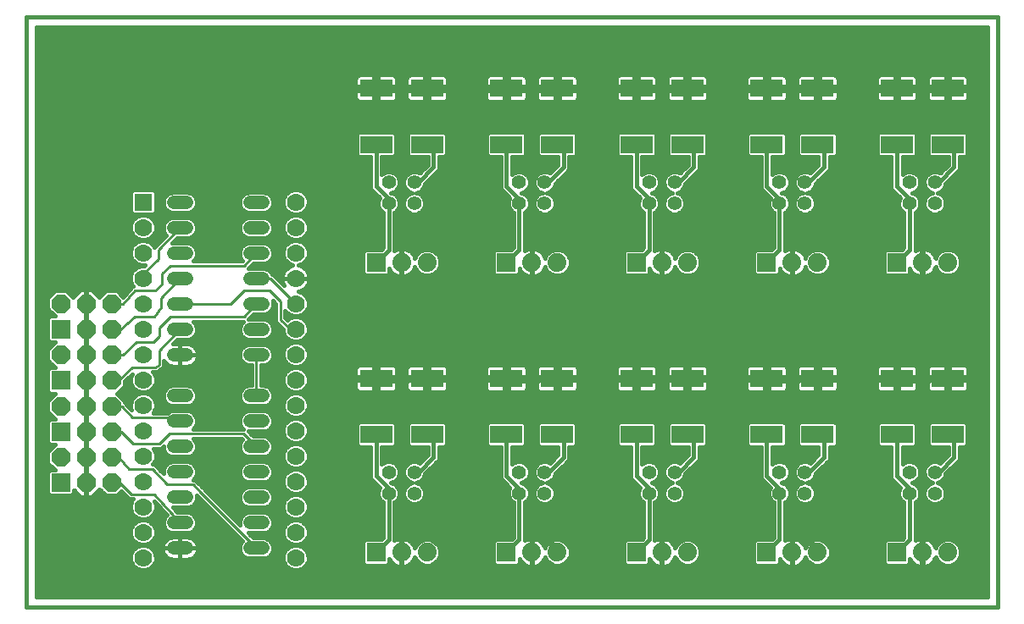
<source format=gtl>
G75*
%MOIN*%
%OFA0B0*%
%FSLAX24Y24*%
%IPPOS*%
%LPD*%
%AMOC8*
5,1,8,0,0,1.08239X$1,22.5*
%
%ADD10C,0.0160*%
%ADD11C,0.0554*%
%ADD12R,0.0740X0.0740*%
%ADD13C,0.0740*%
%ADD14R,0.1260X0.0709*%
%ADD15C,0.0520*%
%ADD16OC8,0.0740*%
%ADD17R,0.0700X0.0700*%
%ADD18C,0.0700*%
%ADD19C,0.0100*%
D10*
X000180Y000180D02*
X038369Y000180D01*
X038369Y023408D01*
X000180Y023408D01*
X000180Y000180D01*
X000574Y000574D02*
X037975Y000574D01*
X037975Y023015D01*
X000574Y023015D01*
X000574Y000574D01*
X000574Y000645D02*
X037975Y000645D01*
X037975Y000804D02*
X000574Y000804D01*
X000574Y000962D02*
X037975Y000962D01*
X037975Y001121D02*
X000574Y001121D01*
X000574Y001279D02*
X037975Y001279D01*
X037975Y001438D02*
X000574Y001438D01*
X000574Y001596D02*
X037975Y001596D01*
X037975Y001755D02*
X011093Y001755D01*
X011048Y001709D02*
X011186Y001847D01*
X011261Y002027D01*
X011261Y002222D01*
X011186Y002402D01*
X011048Y002540D01*
X010868Y002615D01*
X010673Y002615D01*
X010493Y002540D01*
X010355Y002402D01*
X010281Y002222D01*
X010281Y002027D01*
X010355Y001847D01*
X010493Y001709D01*
X010673Y001635D01*
X010868Y001635D01*
X011048Y001709D01*
X011213Y001913D02*
X013424Y001913D01*
X013424Y001904D02*
X013506Y001822D01*
X014362Y001822D01*
X014444Y001904D01*
X014444Y002082D01*
X014464Y002043D01*
X014514Y001973D01*
X014576Y001912D01*
X014646Y001861D01*
X014723Y001822D01*
X014805Y001795D01*
X014891Y001782D01*
X014914Y001782D01*
X014914Y002312D01*
X014954Y002312D01*
X014954Y001782D01*
X014977Y001782D01*
X015063Y001795D01*
X015145Y001822D01*
X015222Y001861D01*
X015292Y001912D01*
X015353Y001973D01*
X015404Y002043D01*
X015444Y002120D01*
X015455Y002155D01*
X015502Y002043D01*
X015645Y001899D01*
X015832Y001822D01*
X016035Y001822D01*
X016223Y001899D01*
X016366Y002043D01*
X016444Y002230D01*
X016444Y002433D01*
X016366Y002620D01*
X016223Y002764D01*
X016035Y002842D01*
X015832Y002842D01*
X015645Y002764D01*
X015502Y002620D01*
X015455Y002508D01*
X015444Y002543D01*
X015404Y002620D01*
X015353Y002690D01*
X015292Y002751D01*
X015222Y002802D01*
X015145Y002841D01*
X015063Y002868D01*
X014977Y002882D01*
X014954Y002882D01*
X014954Y002352D01*
X014914Y002352D01*
X014914Y002882D01*
X014891Y002882D01*
X014805Y002868D01*
X014723Y002841D01*
X014654Y002806D01*
X014654Y004301D01*
X014670Y004308D01*
X014788Y004425D01*
X014851Y004579D01*
X014851Y004745D01*
X014788Y004898D01*
X014670Y005015D01*
X014522Y005077D01*
X014670Y005138D01*
X014788Y005255D01*
X014851Y005409D01*
X014851Y005575D01*
X014788Y005728D01*
X014670Y005845D01*
X014517Y005909D01*
X014351Y005909D01*
X014198Y005845D01*
X014154Y005802D01*
X014154Y006485D01*
X014622Y006485D01*
X014704Y006567D01*
X014704Y007392D01*
X014622Y007474D01*
X013246Y007474D01*
X013164Y007392D01*
X013164Y006567D01*
X013246Y006485D01*
X013714Y006485D01*
X013714Y005240D01*
X013843Y005112D01*
X014073Y004881D01*
X014017Y004745D01*
X014017Y004579D01*
X014080Y004425D01*
X014198Y004308D01*
X014214Y004301D01*
X014214Y002923D01*
X014133Y002842D01*
X013506Y002842D01*
X013424Y002760D01*
X013424Y001904D01*
X013424Y002072D02*
X011261Y002072D01*
X011257Y002230D02*
X013424Y002230D01*
X013424Y002389D02*
X011192Y002389D01*
X011031Y002547D02*
X013424Y002547D01*
X013424Y002706D02*
X011039Y002706D01*
X011048Y002709D02*
X011186Y002847D01*
X011261Y003027D01*
X011261Y003222D01*
X011186Y003402D01*
X011048Y003540D01*
X010868Y003615D01*
X010673Y003615D01*
X010493Y003540D01*
X010355Y003402D01*
X010281Y003222D01*
X010281Y003027D01*
X010355Y002847D01*
X010493Y002709D01*
X010673Y002635D01*
X010868Y002635D01*
X011048Y002709D01*
X011193Y002864D02*
X014156Y002864D01*
X014214Y003023D02*
X011259Y003023D01*
X011261Y003181D02*
X014214Y003181D01*
X014214Y003340D02*
X011212Y003340D01*
X011090Y003498D02*
X014214Y003498D01*
X014214Y003657D02*
X010921Y003657D01*
X010868Y003635D02*
X011048Y003709D01*
X011186Y003847D01*
X011261Y004027D01*
X011261Y004222D01*
X011186Y004402D01*
X011048Y004540D01*
X010868Y004615D01*
X010673Y004615D01*
X010493Y004540D01*
X010355Y004402D01*
X010281Y004222D01*
X010281Y004027D01*
X010355Y003847D01*
X010493Y003709D01*
X010673Y003635D01*
X010868Y003635D01*
X010620Y003657D02*
X009851Y003657D01*
X009822Y003725D02*
X009710Y003838D01*
X009563Y003899D01*
X008884Y003899D01*
X008737Y003838D01*
X008624Y003725D01*
X008563Y003578D01*
X008563Y003428D01*
X007244Y004747D01*
X007244Y004763D01*
X007133Y004874D01*
X006818Y005189D01*
X006739Y005189D01*
X006822Y005272D01*
X006883Y005419D01*
X006883Y005578D01*
X006822Y005725D01*
X006710Y005838D01*
X006563Y005899D01*
X005884Y005899D01*
X005737Y005838D01*
X005624Y005725D01*
X005563Y005578D01*
X005563Y005439D01*
X005315Y005704D01*
X005315Y005708D01*
X005261Y005761D01*
X005210Y005816D01*
X005206Y005816D01*
X005204Y005819D01*
X005157Y005819D01*
X005186Y005847D01*
X005261Y006027D01*
X005261Y006222D01*
X005186Y006402D01*
X005165Y006423D01*
X005479Y006423D01*
X005563Y006507D01*
X005563Y006419D01*
X005624Y006272D01*
X005737Y006160D01*
X005884Y006099D01*
X006563Y006099D01*
X006710Y006160D01*
X006822Y006272D01*
X006883Y006419D01*
X006883Y006578D01*
X006822Y006725D01*
X006731Y006817D01*
X008637Y006817D01*
X008676Y006777D01*
X008624Y006725D01*
X008563Y006578D01*
X008563Y006419D01*
X008624Y006272D01*
X008737Y006160D01*
X008884Y006099D01*
X009563Y006099D01*
X009710Y006160D01*
X009822Y006272D01*
X009883Y006419D01*
X009883Y006578D01*
X009822Y006725D01*
X009710Y006838D01*
X009563Y006899D01*
X009092Y006899D01*
X008892Y007099D01*
X009563Y007099D01*
X009710Y007160D01*
X009822Y007272D01*
X009883Y007419D01*
X009883Y007578D01*
X009822Y007725D01*
X009710Y007838D01*
X009563Y007899D01*
X008884Y007899D01*
X008737Y007838D01*
X008624Y007725D01*
X008563Y007578D01*
X008563Y007419D01*
X008624Y007272D01*
X008700Y007197D01*
X006747Y007197D01*
X006822Y007272D01*
X006883Y007419D01*
X006883Y007578D01*
X006822Y007725D01*
X006710Y007838D01*
X006563Y007899D01*
X005884Y007899D01*
X005737Y007838D01*
X005725Y007827D01*
X005165Y007827D01*
X005186Y007847D01*
X005261Y008027D01*
X005261Y008222D01*
X005186Y008402D01*
X005048Y008540D01*
X004868Y008615D01*
X004673Y008615D01*
X004493Y008540D01*
X004355Y008402D01*
X004281Y008222D01*
X004281Y008027D01*
X004307Y007964D01*
X004118Y008162D01*
X004118Y008164D01*
X004064Y008218D01*
X004036Y008247D01*
X004036Y008297D01*
X003738Y008595D01*
X004036Y008894D01*
X004036Y009071D01*
X004338Y009362D01*
X004281Y009222D01*
X004281Y009027D01*
X004355Y008847D01*
X004493Y008709D01*
X004673Y008635D01*
X004868Y008635D01*
X005048Y008709D01*
X005186Y008847D01*
X005261Y009027D01*
X005261Y009222D01*
X005186Y009402D01*
X005154Y009435D01*
X005221Y009435D01*
X005277Y009422D01*
X005297Y009435D01*
X005322Y009435D01*
X005362Y009475D01*
X005455Y009533D01*
X005479Y009533D01*
X005520Y009574D01*
X005568Y009604D01*
X005573Y009627D01*
X005590Y009645D01*
X005590Y009702D01*
X005603Y009757D01*
X005590Y009778D01*
X005590Y009870D01*
X005628Y009819D01*
X005677Y009770D01*
X005733Y009729D01*
X005794Y009697D01*
X005860Y009676D01*
X005929Y009665D01*
X006223Y009665D01*
X006223Y010105D01*
X006223Y010105D01*
X006223Y009665D01*
X006518Y009665D01*
X006586Y009676D01*
X006652Y009697D01*
X006714Y009729D01*
X006770Y009770D01*
X006819Y009819D01*
X006860Y009875D01*
X006891Y009936D01*
X006912Y010002D01*
X006923Y010071D01*
X006923Y010105D01*
X006223Y010105D01*
X006223Y010545D01*
X005932Y010545D01*
X006092Y010705D01*
X006563Y010705D01*
X006710Y010766D01*
X006822Y010879D01*
X006883Y011026D01*
X006883Y011185D01*
X006822Y011332D01*
X006731Y011423D01*
X008715Y011423D01*
X008624Y011332D01*
X008563Y011185D01*
X008563Y011026D01*
X008624Y010879D01*
X008737Y010766D01*
X008884Y010705D01*
X009563Y010705D01*
X009710Y010766D01*
X009822Y010879D01*
X009883Y011026D01*
X009883Y011185D01*
X009822Y011332D01*
X009710Y011444D01*
X009563Y011505D01*
X008892Y011505D01*
X009092Y011705D01*
X009563Y011705D01*
X009710Y011766D01*
X009822Y011879D01*
X009883Y012026D01*
X009883Y012185D01*
X009861Y012238D01*
X009974Y012125D01*
X009974Y011416D01*
X010281Y011110D01*
X010281Y011027D01*
X010355Y010847D01*
X010493Y010709D01*
X010673Y010635D01*
X010868Y010635D01*
X011048Y010709D01*
X011186Y010847D01*
X011261Y011027D01*
X011261Y011222D01*
X011186Y011402D01*
X011048Y011540D01*
X010868Y011615D01*
X010673Y011615D01*
X010493Y011540D01*
X010440Y011488D01*
X010354Y011574D01*
X010354Y011849D01*
X010355Y011847D01*
X010493Y011709D01*
X010673Y011635D01*
X010868Y011635D01*
X011048Y011709D01*
X011186Y011847D01*
X011261Y012027D01*
X011261Y012222D01*
X011186Y012402D01*
X011048Y012540D01*
X010888Y012607D01*
X010895Y012608D01*
X010974Y012634D01*
X011048Y012672D01*
X011116Y012721D01*
X011175Y012780D01*
X011224Y012847D01*
X011262Y012921D01*
X011288Y013001D01*
X011301Y013083D01*
X011301Y013125D01*
X011301Y013167D01*
X037975Y013167D01*
X037975Y013325D02*
X036704Y013325D01*
X036695Y013317D02*
X036839Y013460D01*
X036916Y013647D01*
X036916Y013850D01*
X036839Y014038D01*
X036695Y014181D01*
X036508Y014259D01*
X036305Y014259D01*
X036117Y014181D01*
X035974Y014038D01*
X035927Y013925D01*
X035916Y013960D01*
X035877Y014037D01*
X035826Y014107D01*
X035765Y014168D01*
X035695Y014219D01*
X035618Y014259D01*
X035535Y014285D01*
X035450Y014299D01*
X035426Y014299D01*
X035426Y013769D01*
X035386Y013769D01*
X035386Y014299D01*
X035363Y014299D01*
X035278Y014285D01*
X035195Y014259D01*
X035126Y014224D01*
X035126Y015718D01*
X035143Y015725D01*
X035260Y015843D01*
X035324Y015996D01*
X035324Y016162D01*
X035260Y016315D01*
X035143Y016433D01*
X034995Y016494D01*
X035143Y016555D01*
X035260Y016673D01*
X035324Y016826D01*
X035324Y016992D01*
X035260Y017145D01*
X035143Y017263D01*
X034989Y017326D01*
X034823Y017326D01*
X034670Y017263D01*
X034626Y017219D01*
X034626Y017902D01*
X035094Y017902D01*
X035176Y017984D01*
X035176Y018809D01*
X035094Y018891D01*
X033718Y018891D01*
X033636Y018809D01*
X033636Y017984D01*
X033718Y017902D01*
X034186Y017902D01*
X034186Y016658D01*
X034315Y016529D01*
X034546Y016298D01*
X034489Y016162D01*
X034489Y015996D01*
X034553Y015843D01*
X034670Y015725D01*
X034686Y015718D01*
X034686Y014340D01*
X034605Y014259D01*
X033978Y014259D01*
X033896Y014177D01*
X033896Y013321D01*
X033978Y013239D01*
X034834Y013239D01*
X034916Y013321D01*
X034916Y013499D01*
X034936Y013461D01*
X034987Y013391D01*
X035048Y013329D01*
X035118Y013278D01*
X035195Y013239D01*
X035278Y013212D01*
X035363Y013199D01*
X035386Y013199D01*
X035386Y013729D01*
X035426Y013729D01*
X035426Y013199D01*
X035450Y013199D01*
X035535Y013212D01*
X035618Y013239D01*
X035695Y013278D01*
X035765Y013329D01*
X035826Y013391D01*
X035877Y013461D01*
X035916Y013538D01*
X035927Y013573D01*
X035974Y013460D01*
X036117Y013317D01*
X036305Y013239D01*
X036508Y013239D01*
X036695Y013317D01*
X036849Y013484D02*
X037975Y013484D01*
X037975Y013642D02*
X036914Y013642D01*
X036916Y013801D02*
X037975Y013801D01*
X037975Y013959D02*
X036871Y013959D01*
X036759Y014118D02*
X037975Y014118D01*
X037975Y014276D02*
X035563Y014276D01*
X035426Y014276D02*
X035386Y014276D01*
X035250Y014276D02*
X035126Y014276D01*
X035126Y014435D02*
X037975Y014435D01*
X037975Y014593D02*
X035126Y014593D01*
X035126Y014752D02*
X037975Y014752D01*
X037975Y014910D02*
X035126Y014910D01*
X035126Y015069D02*
X037975Y015069D01*
X037975Y015227D02*
X035126Y015227D01*
X035126Y015386D02*
X037975Y015386D01*
X037975Y015544D02*
X035126Y015544D01*
X035126Y015703D02*
X035724Y015703D01*
X035670Y015725D02*
X035823Y015662D01*
X035989Y015662D01*
X036143Y015725D01*
X036260Y015843D01*
X036324Y015996D01*
X036324Y016162D01*
X036260Y016315D01*
X036143Y016433D01*
X035995Y016494D01*
X036143Y016555D01*
X036260Y016673D01*
X036324Y016826D01*
X036324Y016855D01*
X036748Y017279D01*
X036876Y017408D01*
X036876Y017902D01*
X037094Y017902D01*
X037176Y017984D01*
X037176Y018809D01*
X037094Y018891D01*
X035718Y018891D01*
X035636Y018809D01*
X035636Y017984D01*
X035718Y017902D01*
X036436Y017902D01*
X036436Y017590D01*
X036119Y017272D01*
X035989Y017326D01*
X035823Y017326D01*
X035670Y017263D01*
X035553Y017145D01*
X035489Y016992D01*
X035489Y016826D01*
X035553Y016673D01*
X035670Y016555D01*
X035818Y016494D01*
X035670Y016433D01*
X035553Y016315D01*
X035489Y016162D01*
X035489Y015996D01*
X035553Y015843D01*
X035670Y015725D01*
X035545Y015861D02*
X035268Y015861D01*
X035324Y016020D02*
X035489Y016020D01*
X035496Y016178D02*
X035317Y016178D01*
X035238Y016337D02*
X035574Y016337D01*
X035815Y016495D02*
X034998Y016495D01*
X034906Y016249D02*
X034406Y016749D01*
X034406Y018397D01*
X034186Y017763D02*
X031758Y017763D01*
X031758Y017902D02*
X031976Y017902D01*
X032058Y017984D01*
X032058Y018809D01*
X031976Y018891D01*
X030600Y018891D01*
X030518Y018809D01*
X030518Y017984D01*
X030600Y017902D01*
X031318Y017902D01*
X031318Y017590D01*
X031001Y017272D01*
X030871Y017326D01*
X030705Y017326D01*
X030552Y017263D01*
X030435Y017145D01*
X030371Y016992D01*
X030371Y016826D01*
X030435Y016673D01*
X030552Y016555D01*
X030700Y016494D01*
X030552Y016433D01*
X030435Y016315D01*
X030371Y016162D01*
X030371Y015996D01*
X030435Y015843D01*
X030552Y015725D01*
X030705Y015662D01*
X030871Y015662D01*
X031025Y015725D01*
X031142Y015843D01*
X031205Y015996D01*
X031205Y016162D01*
X031142Y016315D01*
X031025Y016433D01*
X030876Y016494D01*
X031025Y016555D01*
X031142Y016673D01*
X031205Y016826D01*
X031205Y016855D01*
X031629Y017279D01*
X031758Y017408D01*
X031758Y017902D01*
X031996Y017922D02*
X033699Y017922D01*
X033636Y018080D02*
X032058Y018080D01*
X032058Y018239D02*
X033636Y018239D01*
X033636Y018397D02*
X032058Y018397D01*
X032058Y018556D02*
X033636Y018556D01*
X033636Y018714D02*
X032058Y018714D01*
X031994Y018873D02*
X033700Y018873D01*
X035112Y018873D02*
X035700Y018873D01*
X035636Y018714D02*
X035176Y018714D01*
X035176Y018556D02*
X035636Y018556D01*
X035636Y018397D02*
X035176Y018397D01*
X035176Y018239D02*
X035636Y018239D01*
X035636Y018080D02*
X035176Y018080D01*
X035114Y017922D02*
X035699Y017922D01*
X035731Y017288D02*
X035082Y017288D01*
X035267Y017129D02*
X035546Y017129D01*
X035489Y016971D02*
X035324Y016971D01*
X035318Y016812D02*
X035495Y016812D01*
X035571Y016654D02*
X035241Y016654D01*
X034906Y016249D02*
X034906Y016079D01*
X034906Y014249D01*
X034406Y013749D01*
X034916Y013484D02*
X034924Y013484D01*
X034916Y013325D02*
X035054Y013325D01*
X035386Y013325D02*
X035426Y013325D01*
X035426Y013484D02*
X035386Y013484D01*
X035386Y013642D02*
X035426Y013642D01*
X035406Y013749D02*
X035406Y020249D01*
X035156Y020499D01*
X034509Y020499D01*
X034406Y020601D01*
X034326Y020616D02*
X031368Y020616D01*
X031368Y020681D02*
X032098Y020681D01*
X032098Y020979D01*
X032086Y021025D01*
X032062Y021066D01*
X032029Y021100D01*
X031988Y021123D01*
X031942Y021136D01*
X031368Y021136D01*
X031368Y020681D01*
X031208Y020681D01*
X031208Y020521D01*
X031368Y020521D01*
X031368Y020067D01*
X031942Y020067D01*
X031988Y020079D01*
X032029Y020103D01*
X032062Y020136D01*
X032086Y020177D01*
X032098Y020223D01*
X032098Y020521D01*
X031368Y020521D01*
X031368Y020681D01*
X031368Y020775D02*
X031208Y020775D01*
X031208Y020681D02*
X031208Y021136D01*
X030635Y021136D01*
X030589Y021123D01*
X030548Y021100D01*
X030514Y021066D01*
X030491Y021025D01*
X030478Y020979D01*
X030478Y020681D01*
X031208Y020681D01*
X031208Y020616D02*
X029368Y020616D01*
X029368Y020681D02*
X030098Y020681D01*
X030098Y020979D01*
X030086Y021025D01*
X030062Y021066D01*
X030029Y021100D01*
X029988Y021123D01*
X029942Y021136D01*
X029368Y021136D01*
X029368Y020681D01*
X029208Y020681D01*
X029208Y020521D01*
X029368Y020521D01*
X029368Y020067D01*
X029942Y020067D01*
X029988Y020079D01*
X030029Y020103D01*
X030062Y020136D01*
X030086Y020177D01*
X030098Y020223D01*
X030098Y020521D01*
X029368Y020521D01*
X029368Y020681D01*
X029368Y020775D02*
X029208Y020775D01*
X029208Y020681D02*
X029208Y021136D01*
X028635Y021136D01*
X028589Y021123D01*
X028548Y021100D01*
X028514Y021066D01*
X028491Y021025D01*
X028478Y020979D01*
X028478Y020681D01*
X029208Y020681D01*
X029208Y020616D02*
X026250Y020616D01*
X026250Y020681D02*
X026980Y020681D01*
X026980Y020979D01*
X026968Y021025D01*
X026944Y021066D01*
X026911Y021100D01*
X026870Y021123D01*
X026824Y021136D01*
X026250Y021136D01*
X026250Y020681D01*
X026250Y020521D01*
X026250Y020067D01*
X026824Y020067D01*
X026870Y020079D01*
X026911Y020103D01*
X026944Y020136D01*
X026968Y020177D01*
X026980Y020223D01*
X026980Y020521D01*
X026250Y020521D01*
X026090Y020521D01*
X026090Y020067D01*
X025517Y020067D01*
X025471Y020079D01*
X025430Y020103D01*
X025396Y020136D01*
X025373Y020177D01*
X025360Y020223D01*
X025360Y020521D01*
X026090Y020521D01*
X026090Y020681D01*
X025360Y020681D01*
X025360Y020979D01*
X025373Y021025D01*
X025396Y021066D01*
X025430Y021100D01*
X025471Y021123D01*
X025517Y021136D01*
X026090Y021136D01*
X026090Y020681D01*
X026250Y020681D01*
X026250Y020775D02*
X026090Y020775D01*
X026090Y020933D02*
X026250Y020933D01*
X026250Y021092D02*
X026090Y021092D01*
X026090Y020616D02*
X024250Y020616D01*
X024250Y020681D02*
X024980Y020681D01*
X024980Y020979D01*
X024968Y021025D01*
X024944Y021066D01*
X024911Y021100D01*
X024870Y021123D01*
X024824Y021136D01*
X024250Y021136D01*
X024250Y020681D01*
X024250Y020521D01*
X024250Y020067D01*
X024824Y020067D01*
X024870Y020079D01*
X024911Y020103D01*
X024944Y020136D01*
X024968Y020177D01*
X024980Y020223D01*
X024980Y020521D01*
X024250Y020521D01*
X024090Y020521D01*
X024090Y020067D01*
X023517Y020067D01*
X023471Y020079D01*
X023430Y020103D01*
X023396Y020136D01*
X023373Y020177D01*
X023360Y020223D01*
X023360Y020521D01*
X024090Y020521D01*
X024090Y020681D01*
X023360Y020681D01*
X023360Y020979D01*
X023373Y021025D01*
X023396Y021066D01*
X023430Y021100D01*
X023471Y021123D01*
X023517Y021136D01*
X024090Y021136D01*
X024090Y020681D01*
X024250Y020681D01*
X024250Y020775D02*
X024090Y020775D01*
X024090Y020933D02*
X024250Y020933D01*
X024250Y021092D02*
X024090Y021092D01*
X024090Y020616D02*
X021132Y020616D01*
X021132Y020681D02*
X021862Y020681D01*
X021862Y020979D01*
X021850Y021025D01*
X021826Y021066D01*
X021792Y021100D01*
X021751Y021123D01*
X021706Y021136D01*
X021132Y021136D01*
X021132Y020681D01*
X021132Y020521D01*
X021132Y020067D01*
X021706Y020067D01*
X021751Y020079D01*
X021792Y020103D01*
X021826Y020136D01*
X021850Y020177D01*
X021862Y020223D01*
X021862Y020521D01*
X021132Y020521D01*
X020972Y020521D01*
X020972Y020067D01*
X020398Y020067D01*
X020353Y020079D01*
X020312Y020103D01*
X020278Y020136D01*
X020254Y020177D01*
X020242Y020223D01*
X020242Y020521D01*
X020972Y020521D01*
X020972Y020681D01*
X020242Y020681D01*
X020242Y020979D01*
X020254Y021025D01*
X020278Y021066D01*
X020312Y021100D01*
X020353Y021123D01*
X020398Y021136D01*
X020972Y021136D01*
X020972Y020681D01*
X021132Y020681D01*
X021132Y020775D02*
X020972Y020775D01*
X020972Y020933D02*
X021132Y020933D01*
X021132Y021092D02*
X020972Y021092D01*
X020972Y020616D02*
X019132Y020616D01*
X019132Y020681D02*
X019862Y020681D01*
X019862Y020979D01*
X019850Y021025D01*
X019826Y021066D01*
X019792Y021100D01*
X019751Y021123D01*
X019706Y021136D01*
X019132Y021136D01*
X019132Y020681D01*
X019132Y020521D01*
X019132Y020067D01*
X019706Y020067D01*
X019751Y020079D01*
X019792Y020103D01*
X019826Y020136D01*
X019850Y020177D01*
X019862Y020223D01*
X019862Y020521D01*
X019132Y020521D01*
X018972Y020521D01*
X018972Y020067D01*
X018398Y020067D01*
X018353Y020079D01*
X018312Y020103D01*
X018278Y020136D01*
X018254Y020177D01*
X018242Y020223D01*
X018242Y020521D01*
X018972Y020521D01*
X018972Y020681D01*
X018242Y020681D01*
X018242Y020979D01*
X018254Y021025D01*
X018278Y021066D01*
X018312Y021100D01*
X018353Y021123D01*
X018398Y021136D01*
X018972Y021136D01*
X018972Y020681D01*
X019132Y020681D01*
X019132Y020775D02*
X018972Y020775D01*
X018972Y020933D02*
X019132Y020933D01*
X019132Y021092D02*
X018972Y021092D01*
X018972Y020616D02*
X016014Y020616D01*
X016014Y020681D02*
X016744Y020681D01*
X016744Y020979D01*
X016732Y021025D01*
X016708Y021066D01*
X016674Y021100D01*
X016633Y021123D01*
X016588Y021136D01*
X016014Y021136D01*
X016014Y020681D01*
X016014Y020521D01*
X016014Y020067D01*
X016588Y020067D01*
X016633Y020079D01*
X016674Y020103D01*
X016708Y020136D01*
X016732Y020177D01*
X016744Y020223D01*
X016744Y020521D01*
X016014Y020521D01*
X015854Y020521D01*
X015854Y020067D01*
X015280Y020067D01*
X015235Y020079D01*
X015193Y020103D01*
X015160Y020136D01*
X015136Y020177D01*
X015124Y020223D01*
X015124Y020521D01*
X015854Y020521D01*
X015854Y020681D01*
X015124Y020681D01*
X015124Y020979D01*
X015136Y021025D01*
X015160Y021066D01*
X015193Y021100D01*
X015235Y021123D01*
X015280Y021136D01*
X015854Y021136D01*
X015854Y020681D01*
X016014Y020681D01*
X016014Y020775D02*
X015854Y020775D01*
X015854Y020933D02*
X016014Y020933D01*
X016014Y021092D02*
X015854Y021092D01*
X015854Y020616D02*
X014014Y020616D01*
X014014Y020681D02*
X014744Y020681D01*
X014744Y020979D01*
X014732Y021025D01*
X014708Y021066D01*
X014674Y021100D01*
X014633Y021123D01*
X014588Y021136D01*
X014014Y021136D01*
X014014Y020681D01*
X014014Y020521D01*
X014014Y020067D01*
X014588Y020067D01*
X014633Y020079D01*
X014674Y020103D01*
X014708Y020136D01*
X014732Y020177D01*
X014744Y020223D01*
X014744Y020521D01*
X014014Y020521D01*
X013854Y020521D01*
X013854Y020067D01*
X013280Y020067D01*
X013235Y020079D01*
X013193Y020103D01*
X013160Y020136D01*
X013136Y020177D01*
X013124Y020223D01*
X013124Y020521D01*
X013854Y020521D01*
X013854Y020681D01*
X013124Y020681D01*
X013124Y020979D01*
X013136Y021025D01*
X013160Y021066D01*
X013193Y021100D01*
X013235Y021123D01*
X013280Y021136D01*
X013854Y021136D01*
X013854Y020681D01*
X014014Y020681D01*
X014014Y020775D02*
X013854Y020775D01*
X013854Y020933D02*
X014014Y020933D01*
X014014Y021092D02*
X013854Y021092D01*
X013186Y021092D02*
X000574Y021092D01*
X000574Y021250D02*
X037975Y021250D01*
X037975Y021092D02*
X037155Y021092D01*
X037147Y021100D02*
X037106Y021123D01*
X037060Y021136D01*
X036486Y021136D01*
X036486Y020681D01*
X036326Y020681D01*
X036326Y020521D01*
X035596Y020521D01*
X035596Y020223D01*
X035609Y020177D01*
X035632Y020136D01*
X035666Y020103D01*
X035707Y020079D01*
X035753Y020067D01*
X036326Y020067D01*
X036326Y020521D01*
X036486Y020521D01*
X036486Y020067D01*
X037060Y020067D01*
X037106Y020079D01*
X037147Y020103D01*
X037180Y020136D01*
X037204Y020177D01*
X037216Y020223D01*
X037216Y020521D01*
X036486Y020521D01*
X036486Y020681D01*
X037216Y020681D01*
X037216Y020979D01*
X037204Y021025D01*
X037180Y021066D01*
X037147Y021100D01*
X037216Y020933D02*
X037975Y020933D01*
X037975Y020775D02*
X037216Y020775D01*
X037216Y020458D02*
X037975Y020458D01*
X037975Y020616D02*
X036486Y020616D01*
X036406Y020601D02*
X035759Y020601D01*
X035406Y020249D01*
X035216Y020223D02*
X035216Y020521D01*
X034486Y020521D01*
X034486Y020067D01*
X035060Y020067D01*
X035106Y020079D01*
X035147Y020103D01*
X035180Y020136D01*
X035204Y020177D01*
X035216Y020223D01*
X035216Y020299D02*
X035596Y020299D01*
X035596Y020458D02*
X035216Y020458D01*
X035216Y020681D02*
X035216Y020979D01*
X035204Y021025D01*
X035180Y021066D01*
X035147Y021100D01*
X035106Y021123D01*
X035060Y021136D01*
X034486Y021136D01*
X034486Y020681D01*
X034326Y020681D01*
X034326Y020521D01*
X033596Y020521D01*
X033596Y020223D01*
X033609Y020177D01*
X033632Y020136D01*
X033666Y020103D01*
X033707Y020079D01*
X033753Y020067D01*
X034326Y020067D01*
X034326Y020521D01*
X034486Y020521D01*
X034486Y020681D01*
X035216Y020681D01*
X035216Y020775D02*
X035596Y020775D01*
X035596Y020681D02*
X035596Y020979D01*
X035609Y021025D01*
X035632Y021066D01*
X035666Y021100D01*
X035707Y021123D01*
X035753Y021136D01*
X036326Y021136D01*
X036326Y020681D01*
X035596Y020681D01*
X035596Y020933D02*
X035216Y020933D01*
X035155Y021092D02*
X035658Y021092D01*
X036326Y021092D02*
X036486Y021092D01*
X036486Y020933D02*
X036326Y020933D01*
X036326Y020775D02*
X036486Y020775D01*
X036326Y020616D02*
X034486Y020616D01*
X034486Y020458D02*
X034326Y020458D01*
X034326Y020299D02*
X034486Y020299D01*
X034486Y020141D02*
X034326Y020141D01*
X034326Y020681D02*
X033596Y020681D01*
X033596Y020979D01*
X033609Y021025D01*
X033632Y021066D01*
X033666Y021100D01*
X033707Y021123D01*
X033753Y021136D01*
X034326Y021136D01*
X034326Y020681D01*
X034326Y020775D02*
X034486Y020775D01*
X034486Y020933D02*
X034326Y020933D01*
X034326Y021092D02*
X034486Y021092D01*
X033658Y021092D02*
X032037Y021092D01*
X032098Y020933D02*
X033596Y020933D01*
X033596Y020775D02*
X032098Y020775D01*
X032098Y020458D02*
X033596Y020458D01*
X033596Y020299D02*
X032098Y020299D01*
X032065Y020141D02*
X033630Y020141D01*
X035183Y020141D02*
X035630Y020141D01*
X036326Y020141D02*
X036486Y020141D01*
X036486Y020299D02*
X036326Y020299D01*
X036326Y020458D02*
X036486Y020458D01*
X037216Y020299D02*
X037975Y020299D01*
X037975Y020141D02*
X037183Y020141D01*
X037975Y019982D02*
X000574Y019982D01*
X000574Y019824D02*
X037975Y019824D01*
X037975Y019665D02*
X000574Y019665D01*
X000574Y019507D02*
X037975Y019507D01*
X037975Y019348D02*
X000574Y019348D01*
X000574Y019190D02*
X037975Y019190D01*
X037975Y019031D02*
X000574Y019031D01*
X000574Y018873D02*
X013228Y018873D01*
X013246Y018891D02*
X013164Y018809D01*
X013164Y017984D01*
X013246Y017902D01*
X013714Y017902D01*
X013714Y016658D01*
X013843Y016529D01*
X014073Y016298D01*
X014017Y016162D01*
X014017Y015996D01*
X014080Y015843D01*
X014198Y015725D01*
X014214Y015718D01*
X014214Y014340D01*
X014133Y014259D01*
X013506Y014259D01*
X013424Y014177D01*
X013424Y013321D01*
X013506Y013239D01*
X014362Y013239D01*
X014444Y013321D01*
X014444Y013499D01*
X014464Y013461D01*
X014514Y013391D01*
X014576Y013329D01*
X014646Y013278D01*
X014723Y013239D01*
X014805Y013212D01*
X014891Y013199D01*
X014914Y013199D01*
X014914Y013729D01*
X014954Y013729D01*
X014954Y013199D01*
X014977Y013199D01*
X015063Y013212D01*
X015145Y013239D01*
X015222Y013278D01*
X015292Y013329D01*
X015353Y013391D01*
X015404Y013461D01*
X015444Y013538D01*
X015455Y013573D01*
X015502Y013460D01*
X015645Y013317D01*
X015832Y013239D01*
X016035Y013239D01*
X016223Y013317D01*
X016366Y013460D01*
X016444Y013647D01*
X016444Y013850D01*
X016366Y014038D01*
X016223Y014181D01*
X016035Y014259D01*
X015832Y014259D01*
X015645Y014181D01*
X015502Y014038D01*
X015455Y013925D01*
X015444Y013960D01*
X015404Y014037D01*
X015353Y014107D01*
X015292Y014168D01*
X015222Y014219D01*
X015145Y014259D01*
X015063Y014285D01*
X014977Y014299D01*
X014954Y014299D01*
X014954Y013769D01*
X014914Y013769D01*
X014914Y014299D01*
X014891Y014299D01*
X014805Y014285D01*
X014723Y014259D01*
X014654Y014224D01*
X014654Y015718D01*
X014670Y015725D01*
X014788Y015843D01*
X014851Y015996D01*
X014851Y016162D01*
X014788Y016315D01*
X014670Y016433D01*
X014522Y016494D01*
X014670Y016555D01*
X014788Y016673D01*
X014851Y016826D01*
X014851Y016992D01*
X014788Y017145D01*
X014670Y017263D01*
X014517Y017326D01*
X014351Y017326D01*
X014198Y017263D01*
X014154Y017219D01*
X014154Y017902D01*
X014622Y017902D01*
X014704Y017984D01*
X014704Y018809D01*
X014622Y018891D01*
X013246Y018891D01*
X013164Y018714D02*
X000574Y018714D01*
X000574Y018556D02*
X013164Y018556D01*
X013164Y018397D02*
X000574Y018397D01*
X000574Y018239D02*
X013164Y018239D01*
X013164Y018080D02*
X000574Y018080D01*
X000574Y017922D02*
X013226Y017922D01*
X013714Y017763D02*
X000574Y017763D01*
X000574Y017605D02*
X013714Y017605D01*
X013714Y017446D02*
X000574Y017446D01*
X000574Y017288D02*
X013714Y017288D01*
X013714Y017129D02*
X000574Y017129D01*
X000574Y016971D02*
X013714Y016971D01*
X013714Y016812D02*
X000574Y016812D01*
X000574Y016654D02*
X013718Y016654D01*
X013876Y016495D02*
X011093Y016495D01*
X011048Y016540D02*
X010868Y016615D01*
X010673Y016615D01*
X010493Y016540D01*
X010355Y016402D01*
X010281Y016222D01*
X010281Y016027D01*
X010355Y015847D01*
X010493Y015709D01*
X010673Y015635D01*
X010868Y015635D01*
X011048Y015709D01*
X011186Y015847D01*
X011261Y016027D01*
X011261Y016222D01*
X011186Y016402D01*
X011048Y016540D01*
X011213Y016337D02*
X014035Y016337D01*
X014024Y016178D02*
X011261Y016178D01*
X011257Y016020D02*
X014017Y016020D01*
X014073Y015861D02*
X011192Y015861D01*
X011032Y015703D02*
X014214Y015703D01*
X014214Y015544D02*
X011038Y015544D01*
X011048Y015540D02*
X010868Y015615D01*
X010673Y015615D01*
X010493Y015540D01*
X010355Y015402D01*
X010281Y015222D01*
X010281Y015027D01*
X010355Y014847D01*
X010493Y014709D01*
X010673Y014635D01*
X010868Y014635D01*
X011048Y014709D01*
X011186Y014847D01*
X011261Y015027D01*
X011261Y015222D01*
X011186Y015402D01*
X011048Y015540D01*
X011193Y015386D02*
X014214Y015386D01*
X014214Y015227D02*
X011258Y015227D01*
X011261Y015069D02*
X014214Y015069D01*
X014214Y014910D02*
X011212Y014910D01*
X011090Y014752D02*
X014214Y014752D01*
X014214Y014593D02*
X010920Y014593D01*
X010868Y014615D02*
X010673Y014615D01*
X010493Y014540D01*
X010355Y014402D01*
X010281Y014222D01*
X010281Y014027D01*
X010355Y013847D01*
X010493Y013709D01*
X010654Y013643D01*
X010646Y013642D01*
X010567Y013616D01*
X010493Y013578D01*
X010425Y013529D01*
X010366Y013470D01*
X010317Y013403D01*
X010279Y013328D01*
X010254Y013249D01*
X010241Y013167D01*
X009997Y013167D01*
X009980Y013184D02*
X009980Y013184D01*
X009869Y013295D01*
X009838Y013295D01*
X009822Y013332D01*
X009710Y013444D01*
X009563Y013505D01*
X008892Y013505D01*
X009092Y013705D01*
X009563Y013705D01*
X009710Y013766D01*
X009822Y013879D01*
X009883Y014026D01*
X009883Y014185D01*
X009822Y014332D01*
X009710Y014444D01*
X009563Y014505D01*
X008884Y014505D01*
X008737Y014444D01*
X008624Y014332D01*
X008563Y014185D01*
X008563Y014026D01*
X008624Y013879D01*
X008676Y013827D01*
X008660Y013811D01*
X006755Y013811D01*
X006822Y013879D01*
X006883Y014026D01*
X006883Y014185D01*
X006822Y014332D01*
X006710Y014444D01*
X006563Y014505D01*
X005892Y014505D01*
X006092Y014705D01*
X006563Y014705D01*
X006710Y014766D01*
X006822Y014879D01*
X006883Y015026D01*
X006883Y015185D01*
X006822Y015332D01*
X006710Y015444D01*
X006563Y015505D01*
X005884Y015505D01*
X005737Y015444D01*
X005624Y015332D01*
X005563Y015185D01*
X005563Y015026D01*
X005624Y014879D01*
X005676Y014827D01*
X005205Y014356D01*
X005186Y014402D01*
X005048Y014540D01*
X004868Y014615D01*
X004673Y014615D01*
X004493Y014540D01*
X004355Y014402D01*
X004281Y014222D01*
X004281Y014027D01*
X004355Y013847D01*
X004493Y013709D01*
X004673Y013635D01*
X004831Y013635D01*
X004811Y013615D01*
X004673Y013615D01*
X004493Y013540D01*
X004355Y013402D01*
X004281Y013222D01*
X004281Y013027D01*
X004355Y012847D01*
X004376Y012826D01*
X004374Y012824D01*
X004369Y012823D01*
X004319Y012768D01*
X004266Y012715D01*
X004266Y012711D01*
X003976Y012397D01*
X003738Y012635D01*
X003315Y012635D01*
X003055Y012374D01*
X002754Y012675D01*
X002546Y012675D01*
X002546Y012145D01*
X002506Y012145D01*
X002506Y012675D01*
X002299Y012675D01*
X001998Y012374D01*
X001738Y012635D01*
X001315Y012635D01*
X001016Y012336D01*
X001016Y011914D01*
X001295Y011635D01*
X001098Y011635D01*
X001016Y011553D01*
X001016Y010697D01*
X001098Y010615D01*
X001315Y010615D01*
X001016Y010316D01*
X001016Y009894D01*
X001295Y009615D01*
X001098Y009615D01*
X001016Y009533D01*
X001016Y008677D01*
X001098Y008595D01*
X001315Y008595D01*
X001016Y008297D01*
X001016Y007874D01*
X001295Y007596D01*
X001098Y007596D01*
X001016Y007514D01*
X001016Y006658D01*
X001098Y006576D01*
X001305Y006576D01*
X001016Y006287D01*
X001016Y005864D01*
X001295Y005586D01*
X001098Y005586D01*
X001016Y005504D01*
X001016Y004648D01*
X001098Y004566D01*
X001954Y004566D01*
X002036Y004648D01*
X002036Y004788D01*
X002299Y004526D01*
X002506Y004526D01*
X002506Y005056D01*
X002546Y005056D01*
X002546Y004526D01*
X002754Y004526D01*
X003055Y004826D01*
X003315Y004566D01*
X003738Y004566D01*
X003912Y004740D01*
X004186Y004488D01*
X004239Y004435D01*
X004244Y004435D01*
X004247Y004432D01*
X004322Y004435D01*
X004388Y004435D01*
X004355Y004402D01*
X004281Y004222D01*
X004281Y004027D01*
X004355Y003847D01*
X004493Y003709D01*
X004673Y003635D01*
X004868Y003635D01*
X005048Y003709D01*
X005186Y003847D01*
X005261Y004027D01*
X005261Y004222D01*
X005209Y004348D01*
X005699Y003800D01*
X005624Y003725D01*
X005563Y003578D01*
X005563Y003419D01*
X005624Y003272D01*
X005737Y003160D01*
X005884Y003099D01*
X006563Y003099D01*
X006710Y003160D01*
X006822Y003272D01*
X006883Y003419D01*
X006883Y003578D01*
X006822Y003725D01*
X006710Y003838D01*
X006563Y003899D01*
X006120Y003899D01*
X005941Y004099D01*
X006563Y004099D01*
X006710Y004160D01*
X006822Y004272D01*
X006883Y004419D01*
X006883Y004570D01*
X008676Y002777D01*
X008624Y002725D01*
X008563Y002578D01*
X008563Y002419D01*
X008624Y002272D01*
X008737Y002160D01*
X008884Y002099D01*
X009563Y002099D01*
X009710Y002160D01*
X009822Y002272D01*
X009883Y002419D01*
X009883Y002578D01*
X009822Y002725D01*
X009710Y002838D01*
X009563Y002899D01*
X009092Y002899D01*
X008892Y003099D01*
X009563Y003099D01*
X009710Y003160D01*
X009822Y003272D01*
X009883Y003419D01*
X009883Y003578D01*
X009822Y003725D01*
X009733Y003815D02*
X010387Y003815D01*
X010303Y003974D02*
X008017Y003974D01*
X007859Y004132D02*
X008803Y004132D01*
X008737Y004160D02*
X008884Y004099D01*
X009563Y004099D01*
X009710Y004160D01*
X009822Y004272D01*
X009883Y004419D01*
X009883Y004578D01*
X009822Y004725D01*
X009710Y004838D01*
X009563Y004899D01*
X008884Y004899D01*
X008737Y004838D01*
X008624Y004725D01*
X008563Y004578D01*
X008563Y004419D01*
X008624Y004272D01*
X008737Y004160D01*
X008617Y004291D02*
X007700Y004291D01*
X007542Y004449D02*
X008563Y004449D01*
X008575Y004608D02*
X007383Y004608D01*
X007240Y004766D02*
X008665Y004766D01*
X008884Y005099D02*
X008737Y005160D01*
X008624Y005272D01*
X008563Y005419D01*
X008563Y005578D01*
X008624Y005725D01*
X008737Y005838D01*
X008884Y005899D01*
X009563Y005899D01*
X009710Y005838D01*
X009822Y005725D01*
X009883Y005578D01*
X009883Y005419D01*
X009822Y005272D01*
X009710Y005160D01*
X009563Y005099D01*
X008884Y005099D01*
X008655Y005242D02*
X006792Y005242D01*
X006875Y005400D02*
X008571Y005400D01*
X008563Y005559D02*
X006883Y005559D01*
X006826Y005717D02*
X008621Y005717D01*
X008828Y005876D02*
X006619Y005876D01*
X006743Y006193D02*
X008704Y006193D01*
X008591Y006351D02*
X006855Y006351D01*
X006883Y006510D02*
X008563Y006510D01*
X008601Y006668D02*
X006846Y006668D01*
X006835Y007302D02*
X008612Y007302D01*
X008563Y007461D02*
X006883Y007461D01*
X006866Y007619D02*
X008580Y007619D01*
X008677Y007778D02*
X006770Y007778D01*
X006563Y008099D02*
X005884Y008099D01*
X005737Y008160D01*
X005624Y008272D01*
X005563Y008419D01*
X005563Y008578D01*
X005624Y008725D01*
X005737Y008838D01*
X005884Y008899D01*
X006563Y008899D01*
X006710Y008838D01*
X006822Y008725D01*
X006883Y008578D01*
X006883Y008419D01*
X006822Y008272D01*
X006710Y008160D01*
X006563Y008099D01*
X006803Y008253D02*
X008643Y008253D01*
X008624Y008272D02*
X008737Y008160D01*
X008884Y008099D01*
X009563Y008099D01*
X009710Y008160D01*
X009822Y008272D01*
X009883Y008419D01*
X009883Y008578D01*
X009822Y008725D01*
X009710Y008838D01*
X009563Y008899D01*
X009413Y008899D01*
X009413Y009705D01*
X009563Y009705D01*
X009710Y009766D01*
X009822Y009879D01*
X009883Y010026D01*
X009883Y010185D01*
X009822Y010332D01*
X009710Y010444D01*
X009563Y010505D01*
X008884Y010505D01*
X008737Y010444D01*
X008624Y010332D01*
X008563Y010185D01*
X008563Y010026D01*
X008624Y009879D01*
X008737Y009766D01*
X008884Y009705D01*
X009033Y009705D01*
X009033Y008899D01*
X008884Y008899D01*
X008737Y008838D01*
X008624Y008725D01*
X008563Y008578D01*
X008563Y008419D01*
X008624Y008272D01*
X008566Y008412D02*
X006880Y008412D01*
X006883Y008570D02*
X008563Y008570D01*
X008628Y008729D02*
X006819Y008729D01*
X006591Y008887D02*
X008856Y008887D01*
X009033Y009046D02*
X005261Y009046D01*
X005261Y009204D02*
X009033Y009204D01*
X009033Y009363D02*
X005202Y009363D01*
X005436Y009521D02*
X009033Y009521D01*
X009033Y009680D02*
X006598Y009680D01*
X006833Y009838D02*
X008665Y009838D01*
X008575Y009997D02*
X006911Y009997D01*
X006923Y010105D02*
X006923Y010140D01*
X006912Y010208D01*
X006891Y010274D01*
X006860Y010336D01*
X006819Y010392D01*
X006770Y010441D01*
X006714Y010482D01*
X006652Y010513D01*
X006586Y010534D01*
X006518Y010545D01*
X006223Y010545D01*
X006223Y010105D01*
X006223Y010105D01*
X006223Y010105D01*
X006923Y010105D01*
X006921Y010155D02*
X008563Y010155D01*
X008617Y010314D02*
X006871Y010314D01*
X006727Y010472D02*
X008804Y010472D01*
X008714Y010789D02*
X006733Y010789D01*
X006851Y010948D02*
X008596Y010948D01*
X008563Y011106D02*
X006883Y011106D01*
X006850Y011265D02*
X008596Y011265D01*
X008969Y011582D02*
X009974Y011582D01*
X009974Y011740D02*
X009648Y011740D01*
X009831Y011899D02*
X009974Y011899D01*
X009974Y012057D02*
X009883Y012057D01*
X009870Y012216D02*
X009883Y012216D01*
X010354Y011740D02*
X010462Y011740D01*
X010354Y011582D02*
X010593Y011582D01*
X010948Y011582D02*
X037975Y011582D01*
X037975Y011740D02*
X011079Y011740D01*
X011207Y011899D02*
X037975Y011899D01*
X037975Y012057D02*
X011261Y012057D01*
X011261Y012216D02*
X037975Y012216D01*
X037975Y012374D02*
X011198Y012374D01*
X011056Y012533D02*
X037975Y012533D01*
X037975Y012691D02*
X011075Y012691D01*
X011225Y012850D02*
X037975Y012850D01*
X037975Y013008D02*
X011289Y013008D01*
X011301Y013125D02*
X010771Y013125D01*
X011301Y013125D01*
X011301Y013167D02*
X011288Y013249D01*
X011262Y013328D01*
X011224Y013403D01*
X011175Y013470D01*
X011116Y013529D01*
X011048Y013578D01*
X010974Y013616D01*
X010895Y013642D01*
X010888Y013643D01*
X011048Y013709D01*
X011186Y013847D01*
X011261Y014027D01*
X011261Y014222D01*
X011186Y014402D01*
X011048Y014540D01*
X010868Y014615D01*
X010621Y014593D02*
X005980Y014593D01*
X005601Y014752D02*
X005090Y014752D01*
X005048Y014709D02*
X005186Y014847D01*
X005261Y015027D01*
X005261Y015222D01*
X005186Y015402D01*
X005048Y015540D01*
X004868Y015615D01*
X004673Y015615D01*
X004493Y015540D01*
X004355Y015402D01*
X004281Y015222D01*
X004281Y015027D01*
X004355Y014847D01*
X004493Y014709D01*
X004673Y014635D01*
X004868Y014635D01*
X005048Y014709D01*
X004920Y014593D02*
X005443Y014593D01*
X005284Y014435D02*
X005154Y014435D01*
X005212Y014910D02*
X005611Y014910D01*
X005563Y015069D02*
X005261Y015069D01*
X005258Y015227D02*
X005581Y015227D01*
X005678Y015386D02*
X005193Y015386D01*
X005038Y015544D02*
X010503Y015544D01*
X010509Y015703D02*
X005246Y015703D01*
X005261Y015717D02*
X005179Y015635D01*
X004363Y015635D01*
X004281Y015717D01*
X004281Y016533D01*
X004363Y016615D01*
X005179Y016615D01*
X005261Y016533D01*
X005261Y015717D01*
X005261Y015861D02*
X005641Y015861D01*
X005624Y015879D02*
X005737Y015766D01*
X005884Y015705D01*
X006563Y015705D01*
X006710Y015766D01*
X006822Y015879D01*
X006883Y016026D01*
X006883Y016185D01*
X006822Y016332D01*
X006710Y016444D01*
X006563Y016505D01*
X005884Y016505D01*
X005737Y016444D01*
X005624Y016332D01*
X005563Y016185D01*
X005563Y016026D01*
X005624Y015879D01*
X005566Y016020D02*
X005261Y016020D01*
X005261Y016178D02*
X005563Y016178D01*
X005629Y016337D02*
X005261Y016337D01*
X005261Y016495D02*
X005860Y016495D01*
X006587Y016495D02*
X008860Y016495D01*
X008884Y016505D02*
X008737Y016444D01*
X008624Y016332D01*
X008563Y016185D01*
X008563Y016026D01*
X008624Y015879D01*
X008737Y015766D01*
X008884Y015705D01*
X009563Y015705D01*
X009710Y015766D01*
X009822Y015879D01*
X009883Y016026D01*
X009883Y016185D01*
X009822Y016332D01*
X009710Y016444D01*
X009563Y016505D01*
X008884Y016505D01*
X008629Y016337D02*
X006817Y016337D01*
X006883Y016178D02*
X008563Y016178D01*
X008566Y016020D02*
X006881Y016020D01*
X006805Y015861D02*
X008641Y015861D01*
X008737Y015444D02*
X008624Y015332D01*
X008563Y015185D01*
X008563Y015026D01*
X008624Y014879D01*
X008737Y014766D01*
X008884Y014705D01*
X009563Y014705D01*
X009710Y014766D01*
X009822Y014879D01*
X009883Y015026D01*
X009883Y015185D01*
X009822Y015332D01*
X009710Y015444D01*
X009563Y015505D01*
X008884Y015505D01*
X008737Y015444D01*
X008678Y015386D02*
X006768Y015386D01*
X006866Y015227D02*
X008581Y015227D01*
X008563Y015069D02*
X006883Y015069D01*
X006836Y014910D02*
X008611Y014910D01*
X008771Y014752D02*
X006675Y014752D01*
X006719Y014435D02*
X008727Y014435D01*
X008601Y014276D02*
X006845Y014276D01*
X006883Y014118D02*
X008563Y014118D01*
X008591Y013959D02*
X006856Y013959D01*
X004655Y013642D02*
X000574Y013642D01*
X000574Y013484D02*
X004437Y013484D01*
X004323Y013325D02*
X000574Y013325D01*
X000574Y013167D02*
X004281Y013167D01*
X004288Y013008D02*
X000574Y013008D01*
X000574Y012850D02*
X004354Y012850D01*
X004247Y012691D02*
X000574Y012691D01*
X000574Y012533D02*
X001213Y012533D01*
X001055Y012374D02*
X000574Y012374D01*
X000574Y012216D02*
X001016Y012216D01*
X001016Y012057D02*
X000574Y012057D01*
X000574Y011899D02*
X001031Y011899D01*
X001190Y011740D02*
X000574Y011740D01*
X000574Y011582D02*
X001045Y011582D01*
X001016Y011423D02*
X000574Y011423D01*
X000574Y011265D02*
X001016Y011265D01*
X001016Y011106D02*
X000574Y011106D01*
X000574Y010948D02*
X001016Y010948D01*
X001016Y010789D02*
X000574Y010789D01*
X000574Y010631D02*
X001083Y010631D01*
X001172Y010472D02*
X000574Y010472D01*
X000574Y010314D02*
X001016Y010314D01*
X001016Y010155D02*
X000574Y010155D01*
X000574Y009997D02*
X001016Y009997D01*
X001072Y009838D02*
X000574Y009838D01*
X000574Y009680D02*
X001231Y009680D01*
X001016Y009521D02*
X000574Y009521D01*
X000574Y009363D02*
X001016Y009363D01*
X001016Y009204D02*
X000574Y009204D01*
X000574Y009046D02*
X001016Y009046D01*
X001016Y008887D02*
X000574Y008887D01*
X000574Y008729D02*
X001016Y008729D01*
X001290Y008570D02*
X000574Y008570D01*
X000574Y008412D02*
X001132Y008412D01*
X001016Y008253D02*
X000574Y008253D01*
X000574Y008095D02*
X001016Y008095D01*
X001016Y007936D02*
X000574Y007936D01*
X000574Y007778D02*
X001113Y007778D01*
X001271Y007619D02*
X000574Y007619D01*
X000574Y007461D02*
X001016Y007461D01*
X001016Y007302D02*
X000574Y007302D01*
X000574Y007144D02*
X001016Y007144D01*
X001016Y006985D02*
X000574Y006985D01*
X000574Y006827D02*
X001016Y006827D01*
X001016Y006668D02*
X000574Y006668D01*
X000574Y006510D02*
X001239Y006510D01*
X001081Y006351D02*
X000574Y006351D01*
X000574Y006193D02*
X001016Y006193D01*
X001016Y006034D02*
X000574Y006034D01*
X000574Y005876D02*
X001016Y005876D01*
X001164Y005717D02*
X000574Y005717D01*
X000574Y005559D02*
X001072Y005559D01*
X001016Y005400D02*
X000574Y005400D01*
X000574Y005242D02*
X001016Y005242D01*
X001016Y005083D02*
X000574Y005083D01*
X000574Y004925D02*
X001016Y004925D01*
X001016Y004766D02*
X000574Y004766D01*
X000574Y004608D02*
X001056Y004608D01*
X000574Y004449D02*
X004225Y004449D01*
X004309Y004291D02*
X000574Y004291D01*
X000574Y004132D02*
X004281Y004132D01*
X004303Y003974D02*
X000574Y003974D01*
X000574Y003815D02*
X004387Y003815D01*
X004620Y003657D02*
X000574Y003657D01*
X000574Y003498D02*
X004451Y003498D01*
X004493Y003540D02*
X004355Y003402D01*
X004281Y003222D01*
X004281Y003027D01*
X004355Y002847D01*
X004493Y002709D01*
X004673Y002635D01*
X004868Y002635D01*
X005048Y002709D01*
X005186Y002847D01*
X005261Y003027D01*
X005261Y003222D01*
X005186Y003402D01*
X005048Y003540D01*
X004868Y003615D01*
X004673Y003615D01*
X004493Y003540D01*
X004329Y003340D02*
X000574Y003340D01*
X000574Y003181D02*
X004281Y003181D01*
X004282Y003023D02*
X000574Y003023D01*
X000574Y002864D02*
X004348Y002864D01*
X004502Y002706D02*
X000574Y002706D01*
X000574Y002547D02*
X004510Y002547D01*
X004493Y002540D02*
X004355Y002402D01*
X004281Y002222D01*
X004281Y002027D01*
X004355Y001847D01*
X004493Y001709D01*
X004673Y001635D01*
X004868Y001635D01*
X005048Y001709D01*
X005186Y001847D01*
X005261Y002027D01*
X005261Y002222D01*
X005186Y002402D01*
X005048Y002540D01*
X004868Y002615D01*
X004673Y002615D01*
X004493Y002540D01*
X004350Y002389D02*
X000574Y002389D01*
X000574Y002230D02*
X004284Y002230D01*
X004281Y002072D02*
X000574Y002072D01*
X000574Y001913D02*
X004328Y001913D01*
X004448Y001755D02*
X000574Y001755D01*
X004921Y003657D02*
X005596Y003657D01*
X005563Y003498D02*
X005090Y003498D01*
X005212Y003340D02*
X005596Y003340D01*
X005715Y003181D02*
X005261Y003181D01*
X005259Y003023D02*
X008431Y003023D01*
X008589Y002864D02*
X006729Y002864D01*
X006714Y002875D02*
X006652Y002907D01*
X006586Y002928D01*
X006518Y002939D01*
X006223Y002939D01*
X005929Y002939D01*
X005860Y002928D01*
X005794Y002907D01*
X005733Y002875D01*
X005677Y002835D01*
X005628Y002786D01*
X005587Y002730D01*
X005556Y002668D01*
X005534Y002602D01*
X005523Y002534D01*
X005523Y002499D01*
X006223Y002499D01*
X006223Y002499D01*
X006223Y002939D01*
X006223Y002499D01*
X006223Y002499D01*
X005523Y002499D01*
X005523Y002464D01*
X005534Y002396D01*
X005556Y002330D01*
X005587Y002268D01*
X005628Y002212D01*
X005677Y002163D01*
X005733Y002123D01*
X005794Y002091D01*
X005860Y002070D01*
X005929Y002059D01*
X006223Y002059D01*
X006223Y002499D01*
X006223Y002499D01*
X006223Y002059D01*
X006518Y002059D01*
X006586Y002070D01*
X006652Y002091D01*
X006714Y002123D01*
X006770Y002163D01*
X006819Y002212D01*
X006860Y002268D01*
X006891Y002330D01*
X006912Y002396D01*
X006923Y002464D01*
X006923Y002499D01*
X006923Y002534D01*
X006912Y002602D01*
X006891Y002668D01*
X006860Y002730D01*
X006819Y002786D01*
X006770Y002835D01*
X006714Y002875D01*
X006872Y002706D02*
X008616Y002706D01*
X008563Y002547D02*
X006921Y002547D01*
X006923Y002499D02*
X006223Y002499D01*
X006223Y002499D01*
X006923Y002499D01*
X006910Y002389D02*
X008576Y002389D01*
X008666Y002230D02*
X006832Y002230D01*
X006593Y002072D02*
X010281Y002072D01*
X010284Y002230D02*
X009780Y002230D01*
X009871Y002389D02*
X010350Y002389D01*
X010510Y002547D02*
X009883Y002547D01*
X009831Y002706D02*
X010502Y002706D01*
X010348Y002864D02*
X009646Y002864D01*
X009731Y003181D02*
X010281Y003181D01*
X010282Y003023D02*
X008968Y003023D01*
X008563Y003498D02*
X008493Y003498D01*
X008596Y003657D02*
X008334Y003657D01*
X008176Y003815D02*
X008714Y003815D01*
X008114Y003340D02*
X006850Y003340D01*
X006883Y003498D02*
X007955Y003498D01*
X007797Y003657D02*
X006851Y003657D01*
X006733Y003815D02*
X007638Y003815D01*
X007480Y003974D02*
X006053Y003974D01*
X005685Y003815D02*
X005154Y003815D01*
X005238Y003974D02*
X005543Y003974D01*
X005401Y004132D02*
X005261Y004132D01*
X005259Y004291D02*
X005232Y004291D01*
X004056Y004608D02*
X003780Y004608D01*
X003273Y004608D02*
X002836Y004608D01*
X002995Y004766D02*
X003115Y004766D01*
X002546Y004766D02*
X002506Y004766D01*
X002506Y004608D02*
X002546Y004608D01*
X002546Y004925D02*
X002506Y004925D01*
X002506Y005096D02*
X002506Y006056D01*
X002546Y006056D01*
X002546Y005526D01*
X002546Y005096D01*
X002506Y005096D01*
X002506Y005242D02*
X002546Y005242D01*
X002546Y005400D02*
X002506Y005400D01*
X002506Y005559D02*
X002546Y005559D01*
X002546Y005717D02*
X002506Y005717D01*
X002506Y005876D02*
X002546Y005876D01*
X002546Y006034D02*
X002506Y006034D01*
X002506Y006096D02*
X002506Y006626D01*
X002506Y007066D01*
X002546Y007066D01*
X002546Y006096D01*
X002506Y006096D01*
X002506Y006193D02*
X002546Y006193D01*
X002546Y006351D02*
X002506Y006351D01*
X002506Y006510D02*
X002546Y006510D01*
X002546Y006668D02*
X002506Y006668D01*
X002506Y006827D02*
X002546Y006827D01*
X002546Y006985D02*
X002506Y006985D01*
X002506Y007106D02*
X002506Y008066D01*
X002546Y008066D01*
X002546Y007536D01*
X002546Y007106D01*
X002506Y007106D01*
X002506Y007144D02*
X002546Y007144D01*
X002546Y007302D02*
X002506Y007302D01*
X002506Y007461D02*
X002546Y007461D01*
X002546Y007619D02*
X002506Y007619D01*
X002506Y007778D02*
X002546Y007778D01*
X002546Y007936D02*
X002506Y007936D01*
X002506Y008106D02*
X002506Y009085D01*
X002546Y009085D01*
X002546Y008636D01*
X002546Y008106D01*
X002506Y008106D01*
X002506Y008253D02*
X002546Y008253D01*
X002546Y008412D02*
X002506Y008412D01*
X002506Y008570D02*
X002546Y008570D01*
X002546Y008729D02*
X002506Y008729D01*
X002506Y008887D02*
X002546Y008887D01*
X002546Y009046D02*
X002506Y009046D01*
X002506Y009125D02*
X002506Y010085D01*
X002546Y010085D01*
X002546Y009555D01*
X002546Y009125D01*
X002506Y009125D01*
X002506Y009204D02*
X002546Y009204D01*
X002546Y009363D02*
X002506Y009363D01*
X002506Y009521D02*
X002546Y009521D01*
X002546Y009680D02*
X002506Y009680D01*
X002506Y009838D02*
X002546Y009838D01*
X002546Y009997D02*
X002506Y009997D01*
X002506Y010125D02*
X002506Y010575D01*
X002506Y011105D01*
X002546Y011105D01*
X002546Y010125D01*
X002506Y010125D01*
X002506Y010155D02*
X002546Y010155D01*
X002546Y010314D02*
X002506Y010314D01*
X002506Y010472D02*
X002546Y010472D01*
X002546Y010631D02*
X002506Y010631D01*
X002506Y010789D02*
X002546Y010789D01*
X002546Y010948D02*
X002506Y010948D01*
X002506Y011145D02*
X002506Y012105D01*
X002546Y012105D01*
X002546Y011575D01*
X002546Y011145D01*
X002506Y011145D01*
X002506Y011265D02*
X002546Y011265D01*
X002546Y011423D02*
X002506Y011423D01*
X002506Y011582D02*
X002546Y011582D01*
X002546Y011740D02*
X002506Y011740D01*
X002506Y011899D02*
X002546Y011899D01*
X002546Y012057D02*
X002506Y012057D01*
X002506Y012216D02*
X002546Y012216D01*
X002546Y012374D02*
X002506Y012374D01*
X002506Y012533D02*
X002546Y012533D01*
X002896Y012533D02*
X003213Y012533D01*
X003840Y012533D02*
X004101Y012533D01*
X004402Y013801D02*
X000574Y013801D01*
X000574Y013959D02*
X004309Y013959D01*
X004281Y014118D02*
X000574Y014118D01*
X000574Y014276D02*
X004303Y014276D01*
X004388Y014435D02*
X000574Y014435D01*
X000574Y014593D02*
X004621Y014593D01*
X004451Y014752D02*
X000574Y014752D01*
X000574Y014910D02*
X004329Y014910D01*
X004281Y015069D02*
X000574Y015069D01*
X000574Y015227D02*
X004283Y015227D01*
X004348Y015386D02*
X000574Y015386D01*
X000574Y015544D02*
X004503Y015544D01*
X004295Y015703D02*
X000574Y015703D01*
X000574Y015861D02*
X004281Y015861D01*
X004281Y016020D02*
X000574Y016020D01*
X000574Y016178D02*
X004281Y016178D01*
X004281Y016337D02*
X000574Y016337D01*
X000574Y016495D02*
X004281Y016495D01*
X009029Y013642D02*
X010650Y013642D01*
X010892Y013642D02*
X013424Y013642D01*
X013424Y013484D02*
X011161Y013484D01*
X011263Y013325D02*
X013424Y013325D01*
X013424Y013801D02*
X011139Y013801D01*
X011232Y013959D02*
X013424Y013959D01*
X013424Y014118D02*
X011261Y014118D01*
X011238Y014276D02*
X014150Y014276D01*
X014214Y014435D02*
X011154Y014435D01*
X010451Y014752D02*
X009675Y014752D01*
X009836Y014910D02*
X010329Y014910D01*
X010281Y015069D02*
X009883Y015069D01*
X009866Y015227D02*
X010283Y015227D01*
X010348Y015386D02*
X009768Y015386D01*
X009805Y015861D02*
X010349Y015861D01*
X010284Y016020D02*
X009881Y016020D01*
X009883Y016178D02*
X010281Y016178D01*
X010328Y016337D02*
X009817Y016337D01*
X009587Y016495D02*
X010448Y016495D01*
X010388Y014435D02*
X009719Y014435D01*
X009845Y014276D02*
X010303Y014276D01*
X010281Y014118D02*
X009883Y014118D01*
X009856Y013959D02*
X010309Y013959D01*
X010402Y013801D02*
X009745Y013801D01*
X009614Y013484D02*
X010380Y013484D01*
X010278Y013325D02*
X009825Y013325D01*
X009980Y013184D02*
X010318Y012846D01*
X010317Y012847D01*
X010279Y012921D01*
X010254Y013001D01*
X010241Y013083D01*
X010241Y013125D01*
X010771Y013125D01*
X010771Y013125D01*
X010771Y013125D01*
X010241Y013125D01*
X010241Y013167D01*
X010252Y013008D02*
X010156Y013008D01*
X010314Y012850D02*
X010316Y012850D01*
X009974Y011423D02*
X009731Y011423D01*
X009850Y011265D02*
X010126Y011265D01*
X010281Y011106D02*
X009883Y011106D01*
X009851Y010948D02*
X010314Y010948D01*
X010413Y010789D02*
X009733Y010789D01*
X009642Y010472D02*
X010425Y010472D01*
X010493Y010540D02*
X010355Y010402D01*
X010281Y010222D01*
X010281Y010027D01*
X010355Y009847D01*
X010493Y009709D01*
X010673Y009635D01*
X010868Y009635D01*
X011048Y009709D01*
X011186Y009847D01*
X011261Y010027D01*
X011261Y010222D01*
X011186Y010402D01*
X011048Y010540D01*
X010868Y010615D01*
X010673Y010615D01*
X010493Y010540D01*
X010318Y010314D02*
X009830Y010314D01*
X009883Y010155D02*
X010281Y010155D01*
X010293Y009997D02*
X009871Y009997D01*
X009782Y009838D02*
X010364Y009838D01*
X010565Y009680D02*
X009413Y009680D01*
X009413Y009521D02*
X010474Y009521D01*
X010493Y009540D02*
X010355Y009402D01*
X010281Y009222D01*
X010281Y009027D01*
X010355Y008847D01*
X010493Y008709D01*
X010673Y008635D01*
X010868Y008635D01*
X011048Y008709D01*
X011186Y008847D01*
X011261Y009027D01*
X011261Y009222D01*
X011186Y009402D01*
X011048Y009540D01*
X010868Y009615D01*
X010673Y009615D01*
X010493Y009540D01*
X010339Y009363D02*
X009413Y009363D01*
X009413Y009204D02*
X010281Y009204D01*
X010281Y009046D02*
X009413Y009046D01*
X009591Y008887D02*
X010339Y008887D01*
X010474Y008729D02*
X009819Y008729D01*
X009883Y008570D02*
X010565Y008570D01*
X010493Y008540D02*
X010355Y008402D01*
X010281Y008222D01*
X010281Y008027D01*
X010355Y007847D01*
X010493Y007709D01*
X010673Y007635D01*
X010868Y007635D01*
X011048Y007709D01*
X011186Y007847D01*
X011261Y008027D01*
X011261Y008222D01*
X011186Y008402D01*
X011048Y008540D01*
X010868Y008615D01*
X010673Y008615D01*
X010493Y008540D01*
X010365Y008412D02*
X009880Y008412D01*
X009803Y008253D02*
X010293Y008253D01*
X010281Y008095D02*
X005261Y008095D01*
X005248Y008253D02*
X005643Y008253D01*
X005566Y008412D02*
X005177Y008412D01*
X004976Y008570D02*
X005563Y008570D01*
X005628Y008729D02*
X005067Y008729D01*
X005203Y008887D02*
X005856Y008887D01*
X005849Y009680D02*
X005590Y009680D01*
X005590Y009838D02*
X005613Y009838D01*
X006223Y009838D02*
X006223Y009838D01*
X006223Y009680D02*
X006223Y009680D01*
X006223Y009997D02*
X006223Y009997D01*
X006223Y010155D02*
X006223Y010155D01*
X006223Y010314D02*
X006223Y010314D01*
X006223Y010472D02*
X006223Y010472D01*
X006018Y010631D02*
X037975Y010631D01*
X037975Y010789D02*
X011128Y010789D01*
X011228Y010948D02*
X037975Y010948D01*
X037975Y011106D02*
X011261Y011106D01*
X011243Y011265D02*
X037975Y011265D01*
X037975Y011423D02*
X011165Y011423D01*
X011116Y010472D02*
X037975Y010472D01*
X037975Y010314D02*
X011223Y010314D01*
X011261Y010155D02*
X037975Y010155D01*
X037975Y009997D02*
X011248Y009997D01*
X011177Y009838D02*
X037975Y009838D01*
X037975Y009680D02*
X037149Y009680D01*
X037147Y009682D02*
X037106Y009706D01*
X037060Y009718D01*
X036486Y009718D01*
X036486Y009264D01*
X036326Y009264D01*
X036326Y009104D01*
X035596Y009104D01*
X035596Y008806D01*
X035609Y008760D01*
X035632Y008719D01*
X035666Y008686D01*
X035707Y008662D01*
X035753Y008650D01*
X036326Y008650D01*
X036326Y009104D01*
X036486Y009104D01*
X036486Y008650D01*
X037060Y008650D01*
X037106Y008662D01*
X037147Y008686D01*
X037180Y008719D01*
X037204Y008760D01*
X037216Y008806D01*
X037216Y009104D01*
X036486Y009104D01*
X036486Y009264D01*
X037216Y009264D01*
X037216Y009562D01*
X037204Y009608D01*
X037180Y009649D01*
X037147Y009682D01*
X037216Y009521D02*
X037975Y009521D01*
X037975Y009363D02*
X037216Y009363D01*
X037216Y009046D02*
X037975Y009046D01*
X037975Y009204D02*
X036486Y009204D01*
X036406Y009184D02*
X035759Y009184D01*
X035406Y008832D01*
X035156Y009082D01*
X034509Y009082D01*
X034406Y009184D01*
X034326Y009204D02*
X031368Y009204D01*
X031368Y009264D02*
X032098Y009264D01*
X032098Y009562D01*
X032086Y009608D01*
X032062Y009649D01*
X032029Y009682D01*
X031988Y009706D01*
X031942Y009718D01*
X031368Y009718D01*
X031368Y009264D01*
X031208Y009264D01*
X031208Y009104D01*
X030478Y009104D01*
X030478Y008806D01*
X030491Y008760D01*
X030514Y008719D01*
X030548Y008686D01*
X030589Y008662D01*
X030635Y008650D01*
X031208Y008650D01*
X031208Y009104D01*
X031368Y009104D01*
X031368Y008650D01*
X031942Y008650D01*
X031988Y008662D01*
X032029Y008686D01*
X032062Y008719D01*
X032086Y008760D01*
X032098Y008806D01*
X032098Y009104D01*
X031368Y009104D01*
X031368Y009264D01*
X031368Y009363D02*
X031208Y009363D01*
X031208Y009264D02*
X031208Y009718D01*
X030635Y009718D01*
X030589Y009706D01*
X030548Y009682D01*
X030514Y009649D01*
X030491Y009608D01*
X030478Y009562D01*
X030478Y009264D01*
X031208Y009264D01*
X031208Y009204D02*
X029368Y009204D01*
X029368Y009264D02*
X030098Y009264D01*
X030098Y009562D01*
X030086Y009608D01*
X030062Y009649D01*
X030029Y009682D01*
X029988Y009706D01*
X029942Y009718D01*
X029368Y009718D01*
X029368Y009264D01*
X029208Y009264D01*
X029208Y009104D01*
X028478Y009104D01*
X028478Y008806D01*
X028491Y008760D01*
X028514Y008719D01*
X028548Y008686D01*
X028589Y008662D01*
X028635Y008650D01*
X029208Y008650D01*
X029208Y009104D01*
X029368Y009104D01*
X029368Y008650D01*
X029942Y008650D01*
X029988Y008662D01*
X030029Y008686D01*
X030062Y008719D01*
X030086Y008760D01*
X030098Y008806D01*
X030098Y009104D01*
X029368Y009104D01*
X029368Y009264D01*
X029368Y009363D02*
X029208Y009363D01*
X029208Y009264D02*
X029208Y009718D01*
X028635Y009718D01*
X028589Y009706D01*
X028548Y009682D01*
X028514Y009649D01*
X028491Y009608D01*
X028478Y009562D01*
X028478Y009264D01*
X029208Y009264D01*
X029208Y009204D02*
X026250Y009204D01*
X026250Y009264D02*
X026980Y009264D01*
X026980Y009562D01*
X026968Y009608D01*
X026944Y009649D01*
X026911Y009682D01*
X026870Y009706D01*
X026824Y009718D01*
X026250Y009718D01*
X026250Y009264D01*
X026090Y009264D01*
X026090Y009104D01*
X025360Y009104D01*
X025360Y008806D01*
X025373Y008760D01*
X025396Y008719D01*
X025430Y008686D01*
X025471Y008662D01*
X025517Y008650D01*
X026090Y008650D01*
X026090Y009104D01*
X026250Y009104D01*
X026250Y008650D01*
X026824Y008650D01*
X026870Y008662D01*
X026911Y008686D01*
X026944Y008719D01*
X026968Y008760D01*
X026980Y008806D01*
X026980Y009104D01*
X026250Y009104D01*
X026250Y009264D01*
X026250Y009363D02*
X026090Y009363D01*
X026090Y009264D02*
X026090Y009718D01*
X025517Y009718D01*
X025471Y009706D01*
X025430Y009682D01*
X025396Y009649D01*
X025373Y009608D01*
X025360Y009562D01*
X025360Y009264D01*
X026090Y009264D01*
X026090Y009204D02*
X024250Y009204D01*
X024250Y009264D02*
X024980Y009264D01*
X024980Y009562D01*
X024968Y009608D01*
X024944Y009649D01*
X024911Y009682D01*
X024870Y009706D01*
X024824Y009718D01*
X024250Y009718D01*
X024250Y009264D01*
X024090Y009264D01*
X024090Y009104D01*
X023360Y009104D01*
X023360Y008806D01*
X023373Y008760D01*
X023396Y008719D01*
X023430Y008686D01*
X023471Y008662D01*
X023517Y008650D01*
X024090Y008650D01*
X024090Y009104D01*
X024250Y009104D01*
X024250Y008650D01*
X024824Y008650D01*
X024870Y008662D01*
X024911Y008686D01*
X024944Y008719D01*
X024968Y008760D01*
X024980Y008806D01*
X024980Y009104D01*
X024250Y009104D01*
X024250Y009264D01*
X024250Y009363D02*
X024090Y009363D01*
X024090Y009264D02*
X024090Y009718D01*
X023517Y009718D01*
X023471Y009706D01*
X023430Y009682D01*
X023396Y009649D01*
X023373Y009608D01*
X023360Y009562D01*
X023360Y009264D01*
X024090Y009264D01*
X024090Y009204D02*
X021132Y009204D01*
X021132Y009264D02*
X021862Y009264D01*
X021862Y009562D01*
X021850Y009608D01*
X021826Y009649D01*
X021792Y009682D01*
X021751Y009706D01*
X021706Y009718D01*
X021132Y009718D01*
X021132Y009264D01*
X020972Y009264D01*
X020972Y009718D01*
X020398Y009718D01*
X020353Y009706D01*
X020312Y009682D01*
X020278Y009649D01*
X020254Y009608D01*
X020242Y009562D01*
X020242Y009264D01*
X020972Y009264D01*
X020972Y009104D01*
X020242Y009104D01*
X020242Y008806D01*
X020254Y008760D01*
X020278Y008719D01*
X020312Y008686D01*
X020353Y008662D01*
X020398Y008650D01*
X020972Y008650D01*
X020972Y009104D01*
X021132Y009104D01*
X021132Y009264D01*
X021132Y009363D02*
X020972Y009363D01*
X020972Y009521D02*
X021132Y009521D01*
X021132Y009680D02*
X020972Y009680D01*
X020972Y009204D02*
X019132Y009204D01*
X019132Y009264D02*
X019862Y009264D01*
X019862Y009562D01*
X019850Y009608D01*
X019826Y009649D01*
X019792Y009682D01*
X019751Y009706D01*
X019706Y009718D01*
X019132Y009718D01*
X019132Y009264D01*
X018972Y009264D01*
X018972Y009718D01*
X018398Y009718D01*
X018353Y009706D01*
X018312Y009682D01*
X018278Y009649D01*
X018254Y009608D01*
X018242Y009562D01*
X018242Y009264D01*
X018972Y009264D01*
X018972Y009104D01*
X018242Y009104D01*
X018242Y008806D01*
X018254Y008760D01*
X018278Y008719D01*
X018312Y008686D01*
X018353Y008662D01*
X018398Y008650D01*
X018972Y008650D01*
X018972Y009104D01*
X019132Y009104D01*
X019132Y009264D01*
X019132Y009363D02*
X018972Y009363D01*
X018972Y009521D02*
X019132Y009521D01*
X019132Y009680D02*
X018972Y009680D01*
X018972Y009204D02*
X016014Y009204D01*
X016014Y009264D02*
X016744Y009264D01*
X016744Y009562D01*
X016732Y009608D01*
X016708Y009649D01*
X016674Y009682D01*
X016633Y009706D01*
X016588Y009718D01*
X016014Y009718D01*
X016014Y009264D01*
X015854Y009264D01*
X015854Y009718D01*
X015280Y009718D01*
X015235Y009706D01*
X015193Y009682D01*
X015160Y009649D01*
X015136Y009608D01*
X015124Y009562D01*
X015124Y009264D01*
X015854Y009264D01*
X015854Y009104D01*
X016014Y009104D01*
X016014Y009264D01*
X016014Y009363D02*
X015854Y009363D01*
X015854Y009521D02*
X016014Y009521D01*
X016014Y009680D02*
X015854Y009680D01*
X015854Y009204D02*
X014014Y009204D01*
X014014Y009264D02*
X014744Y009264D01*
X014744Y009562D01*
X014732Y009608D01*
X014708Y009649D01*
X014674Y009682D01*
X014633Y009706D01*
X014588Y009718D01*
X014014Y009718D01*
X014014Y009264D01*
X013854Y009264D01*
X013854Y009718D01*
X013280Y009718D01*
X013235Y009706D01*
X013193Y009682D01*
X013160Y009649D01*
X013136Y009608D01*
X013124Y009562D01*
X013124Y009264D01*
X013854Y009264D01*
X013854Y009104D01*
X014014Y009104D01*
X014014Y009264D01*
X014014Y009363D02*
X013854Y009363D01*
X013854Y009521D02*
X014014Y009521D01*
X014014Y009680D02*
X013854Y009680D01*
X013191Y009680D02*
X010976Y009680D01*
X011067Y009521D02*
X013124Y009521D01*
X013124Y009363D02*
X011202Y009363D01*
X011261Y009204D02*
X013854Y009204D01*
X013934Y009184D02*
X014036Y009082D01*
X014684Y009082D01*
X014934Y008832D01*
X015286Y009184D01*
X015934Y009184D01*
X016014Y009104D02*
X016014Y008650D01*
X016588Y008650D01*
X016633Y008662D01*
X016674Y008686D01*
X016708Y008719D01*
X016732Y008760D01*
X016744Y008806D01*
X016744Y009104D01*
X016014Y009104D01*
X016014Y009046D02*
X015854Y009046D01*
X015854Y009104D02*
X015854Y008650D01*
X015280Y008650D01*
X015235Y008662D01*
X015193Y008686D01*
X015160Y008719D01*
X015136Y008760D01*
X015124Y008806D01*
X015124Y009104D01*
X015854Y009104D01*
X015854Y008887D02*
X016014Y008887D01*
X016014Y008729D02*
X015854Y008729D01*
X015154Y008729D02*
X014714Y008729D01*
X014708Y008719D02*
X014732Y008760D01*
X014744Y008806D01*
X014744Y009104D01*
X014014Y009104D01*
X014014Y008650D01*
X014588Y008650D01*
X014633Y008662D01*
X014674Y008686D01*
X014708Y008719D01*
X014744Y008887D02*
X015124Y008887D01*
X015124Y009046D02*
X014744Y009046D01*
X014934Y008832D02*
X014934Y002332D01*
X014914Y002389D02*
X014954Y002389D01*
X014954Y002547D02*
X014914Y002547D01*
X014914Y002706D02*
X014954Y002706D01*
X014954Y002864D02*
X014914Y002864D01*
X014794Y002864D02*
X014654Y002864D01*
X014654Y003023D02*
X019332Y003023D01*
X019332Y002923D02*
X019251Y002842D01*
X018624Y002842D01*
X018542Y002760D01*
X018542Y001904D01*
X018624Y001822D01*
X019480Y001822D01*
X019562Y001904D01*
X019562Y002082D01*
X019582Y002043D01*
X019633Y001973D01*
X019694Y001912D01*
X019764Y001861D01*
X019841Y001822D01*
X019923Y001795D01*
X020009Y001782D01*
X020032Y001782D01*
X020032Y002312D01*
X020072Y002312D01*
X020072Y001782D01*
X020095Y001782D01*
X020181Y001795D01*
X020263Y001822D01*
X020340Y001861D01*
X020410Y001912D01*
X020472Y001973D01*
X020522Y002043D01*
X020562Y002120D01*
X020573Y002155D01*
X020620Y002043D01*
X020763Y001899D01*
X020951Y001822D01*
X021153Y001822D01*
X021341Y001899D01*
X021484Y002043D01*
X021562Y002230D01*
X021562Y002433D01*
X021484Y002620D01*
X021341Y002764D01*
X021153Y002842D01*
X020951Y002842D01*
X020763Y002764D01*
X020620Y002620D01*
X020573Y002508D01*
X020562Y002543D01*
X020522Y002620D01*
X020472Y002690D01*
X020410Y002751D01*
X020340Y002802D01*
X020263Y002841D01*
X020181Y002868D01*
X020095Y002882D01*
X020072Y002882D01*
X020072Y002352D01*
X020032Y002352D01*
X020032Y002882D01*
X020009Y002882D01*
X019923Y002868D01*
X019841Y002841D01*
X019772Y002806D01*
X019772Y004301D01*
X019788Y004308D01*
X019906Y004425D01*
X019969Y004579D01*
X019969Y004745D01*
X019906Y004898D01*
X019788Y005015D01*
X019640Y005077D01*
X019788Y005138D01*
X019906Y005255D01*
X019969Y005409D01*
X019969Y005575D01*
X019906Y005728D01*
X019788Y005845D01*
X019635Y005909D01*
X019469Y005909D01*
X019316Y005845D01*
X019272Y005802D01*
X019272Y006485D01*
X019740Y006485D01*
X019822Y006567D01*
X019822Y007392D01*
X019740Y007474D01*
X018364Y007474D01*
X018282Y007392D01*
X018282Y006567D01*
X018364Y006485D01*
X018832Y006485D01*
X018832Y005240D01*
X018961Y005112D01*
X019191Y004881D01*
X019135Y004745D01*
X019135Y004579D01*
X019198Y004425D01*
X019316Y004308D01*
X019332Y004301D01*
X019332Y002923D01*
X019274Y002864D02*
X015074Y002864D01*
X015338Y002706D02*
X015587Y002706D01*
X015471Y002547D02*
X015441Y002547D01*
X015419Y002072D02*
X015490Y002072D01*
X015631Y001913D02*
X015293Y001913D01*
X014954Y001913D02*
X014914Y001913D01*
X014914Y002072D02*
X014954Y002072D01*
X014954Y002230D02*
X014914Y002230D01*
X014574Y001913D02*
X014444Y001913D01*
X014444Y002072D02*
X014449Y002072D01*
X013934Y002332D02*
X014434Y002832D01*
X014434Y004662D01*
X014434Y004832D01*
X013934Y005332D01*
X013934Y006979D01*
X014704Y006985D02*
X015164Y006985D01*
X015164Y006827D02*
X014704Y006827D01*
X014704Y006668D02*
X015164Y006668D01*
X015164Y006567D02*
X015246Y006485D01*
X015964Y006485D01*
X015964Y006173D01*
X015646Y005855D01*
X015517Y005909D01*
X015351Y005909D01*
X015198Y005845D01*
X015080Y005728D01*
X015017Y005575D01*
X015017Y005409D01*
X015080Y005255D01*
X015198Y005138D01*
X015346Y005077D01*
X015198Y005015D01*
X015080Y004898D01*
X015017Y004745D01*
X015017Y004579D01*
X015080Y004425D01*
X015198Y004308D01*
X015351Y004244D01*
X015517Y004244D01*
X015670Y004308D01*
X015788Y004425D01*
X015851Y004579D01*
X015851Y004745D01*
X015788Y004898D01*
X015670Y005015D01*
X015522Y005077D01*
X015670Y005138D01*
X015788Y005255D01*
X015851Y005409D01*
X015851Y005438D01*
X016275Y005862D01*
X016404Y005990D01*
X016404Y006485D01*
X016622Y006485D01*
X016704Y006567D01*
X016704Y007392D01*
X016622Y007474D01*
X015246Y007474D01*
X015164Y007392D01*
X015164Y006567D01*
X015221Y006510D02*
X014647Y006510D01*
X014154Y006351D02*
X015964Y006351D01*
X015964Y006193D02*
X014154Y006193D01*
X014154Y006034D02*
X015826Y006034D01*
X015667Y005876D02*
X015596Y005876D01*
X015271Y005876D02*
X014596Y005876D01*
X014792Y005717D02*
X015076Y005717D01*
X015017Y005559D02*
X014851Y005559D01*
X014848Y005400D02*
X015020Y005400D01*
X015094Y005242D02*
X014774Y005242D01*
X014538Y005083D02*
X015329Y005083D01*
X015538Y005083D02*
X018989Y005083D01*
X018832Y005242D02*
X015774Y005242D01*
X015848Y005400D02*
X018832Y005400D01*
X018832Y005559D02*
X015972Y005559D01*
X016131Y005717D02*
X018832Y005717D01*
X018832Y005876D02*
X016289Y005876D01*
X016275Y005862D02*
X016275Y005862D01*
X016404Y006034D02*
X018832Y006034D01*
X018832Y006193D02*
X016404Y006193D01*
X016404Y006351D02*
X018832Y006351D01*
X019272Y006351D02*
X021082Y006351D01*
X021082Y006485D02*
X021082Y006173D01*
X020764Y005855D01*
X020635Y005909D01*
X020469Y005909D01*
X020316Y005845D01*
X020198Y005728D01*
X020135Y005575D01*
X020135Y005409D01*
X020198Y005255D01*
X020316Y005138D01*
X020464Y005077D01*
X020316Y005015D01*
X020198Y004898D01*
X020135Y004745D01*
X020135Y004579D01*
X020198Y004425D01*
X020316Y004308D01*
X020469Y004244D01*
X020635Y004244D01*
X020788Y004308D01*
X020906Y004425D01*
X020969Y004579D01*
X020969Y004745D01*
X020906Y004898D01*
X020788Y005015D01*
X020640Y005077D01*
X020788Y005138D01*
X020906Y005255D01*
X020969Y005409D01*
X020969Y005438D01*
X021393Y005862D01*
X021522Y005990D01*
X021522Y006485D01*
X021740Y006485D01*
X021822Y006567D01*
X021822Y007392D01*
X021740Y007474D01*
X020364Y007474D01*
X020282Y007392D01*
X020282Y006567D01*
X020364Y006485D01*
X021082Y006485D01*
X021082Y006193D02*
X019272Y006193D01*
X019272Y006034D02*
X020944Y006034D01*
X020785Y005876D02*
X020715Y005876D01*
X020390Y005876D02*
X019715Y005876D01*
X019910Y005717D02*
X020194Y005717D01*
X020135Y005559D02*
X019969Y005559D01*
X019966Y005400D02*
X020138Y005400D01*
X020212Y005242D02*
X019892Y005242D01*
X019657Y005083D02*
X020448Y005083D01*
X020657Y005083D02*
X024107Y005083D01*
X024079Y005112D02*
X024310Y004881D01*
X024253Y004745D01*
X024253Y004579D01*
X024317Y004425D01*
X024434Y004308D01*
X024450Y004301D01*
X024450Y002923D01*
X024369Y002842D01*
X023742Y002842D01*
X023660Y002760D01*
X023660Y001904D01*
X023742Y001822D01*
X024598Y001822D01*
X024680Y001904D01*
X024680Y002082D01*
X024700Y002043D01*
X024751Y001973D01*
X024812Y001912D01*
X024882Y001861D01*
X024959Y001822D01*
X025041Y001795D01*
X025127Y001782D01*
X025150Y001782D01*
X025150Y002312D01*
X025190Y002312D01*
X025190Y001782D01*
X025213Y001782D01*
X025299Y001795D01*
X025381Y001822D01*
X025458Y001861D01*
X025528Y001912D01*
X025590Y001973D01*
X025641Y002043D01*
X025680Y002120D01*
X025691Y002155D01*
X025738Y002043D01*
X025881Y001899D01*
X026069Y001822D01*
X026272Y001822D01*
X026459Y001899D01*
X026603Y002043D01*
X026680Y002230D01*
X026680Y002433D01*
X026603Y002620D01*
X026459Y002764D01*
X026272Y002842D01*
X026069Y002842D01*
X025881Y002764D01*
X025738Y002620D01*
X025691Y002508D01*
X025680Y002543D01*
X025641Y002620D01*
X025590Y002690D01*
X025528Y002751D01*
X025458Y002802D01*
X025381Y002841D01*
X025299Y002868D01*
X025213Y002882D01*
X025190Y002882D01*
X025190Y002352D01*
X025150Y002352D01*
X025150Y002882D01*
X025127Y002882D01*
X025041Y002868D01*
X024959Y002841D01*
X024890Y002806D01*
X024890Y004301D01*
X024906Y004308D01*
X025024Y004425D01*
X025087Y004579D01*
X025087Y004745D01*
X025024Y004898D01*
X024906Y005015D01*
X024758Y005077D01*
X024906Y005138D01*
X025024Y005255D01*
X025087Y005409D01*
X025087Y005575D01*
X025024Y005728D01*
X024906Y005845D01*
X024753Y005909D01*
X024587Y005909D01*
X024434Y005845D01*
X024390Y005802D01*
X024390Y006485D01*
X024858Y006485D01*
X024940Y006567D01*
X024940Y007392D01*
X024858Y007474D01*
X023482Y007474D01*
X023400Y007392D01*
X023400Y006567D01*
X023482Y006485D01*
X023950Y006485D01*
X023950Y005240D01*
X024079Y005112D01*
X023950Y005242D02*
X020892Y005242D01*
X020966Y005400D02*
X023950Y005400D01*
X023950Y005559D02*
X021090Y005559D01*
X021249Y005717D02*
X023950Y005717D01*
X023950Y005876D02*
X021407Y005876D01*
X021522Y006034D02*
X023950Y006034D01*
X023950Y006193D02*
X021522Y006193D01*
X021522Y006351D02*
X023950Y006351D01*
X024390Y006351D02*
X026200Y006351D01*
X026200Y006485D02*
X026200Y006173D01*
X025883Y005855D01*
X025753Y005909D01*
X025587Y005909D01*
X025434Y005845D01*
X025317Y005728D01*
X025253Y005575D01*
X025253Y005409D01*
X025317Y005255D01*
X025434Y005138D01*
X025582Y005077D01*
X025434Y005015D01*
X025317Y004898D01*
X025253Y004745D01*
X025253Y004579D01*
X025317Y004425D01*
X025434Y004308D01*
X025587Y004244D01*
X025753Y004244D01*
X025906Y004308D01*
X026024Y004425D01*
X026087Y004579D01*
X026087Y004745D01*
X026024Y004898D01*
X025906Y005015D01*
X025758Y005077D01*
X025906Y005138D01*
X026024Y005255D01*
X026087Y005409D01*
X026087Y005438D01*
X026511Y005862D01*
X026640Y005990D01*
X026640Y006485D01*
X026858Y006485D01*
X026940Y006567D01*
X026940Y007392D01*
X026858Y007474D01*
X025482Y007474D01*
X025400Y007392D01*
X025400Y006567D01*
X025482Y006485D01*
X026200Y006485D01*
X026200Y006193D02*
X024390Y006193D01*
X024390Y006034D02*
X026062Y006034D01*
X025903Y005876D02*
X025833Y005876D01*
X025508Y005876D02*
X024833Y005876D01*
X025028Y005717D02*
X025312Y005717D01*
X025253Y005559D02*
X025087Y005559D01*
X025084Y005400D02*
X025256Y005400D01*
X025330Y005242D02*
X025010Y005242D01*
X024775Y005083D02*
X025566Y005083D01*
X025775Y005083D02*
X029225Y005083D01*
X029068Y005240D02*
X029428Y004881D01*
X029371Y004745D01*
X029371Y004579D01*
X029435Y004425D01*
X029552Y004308D01*
X029568Y004301D01*
X029568Y002923D01*
X029487Y002842D01*
X028860Y002842D01*
X028778Y002760D01*
X028778Y001904D01*
X028860Y001822D01*
X029716Y001822D01*
X029798Y001904D01*
X029798Y002082D01*
X029818Y002043D01*
X029869Y001973D01*
X029930Y001912D01*
X030000Y001861D01*
X030077Y001822D01*
X030159Y001795D01*
X030245Y001782D01*
X030268Y001782D01*
X030268Y002312D01*
X030308Y002312D01*
X030308Y001782D01*
X030332Y001782D01*
X030417Y001795D01*
X030499Y001822D01*
X030577Y001861D01*
X030647Y001912D01*
X030708Y001973D01*
X030759Y002043D01*
X030798Y002120D01*
X030809Y002155D01*
X030856Y002043D01*
X030999Y001899D01*
X031187Y001822D01*
X031390Y001822D01*
X031577Y001899D01*
X031721Y002043D01*
X031798Y002230D01*
X031798Y002433D01*
X031721Y002620D01*
X031577Y002764D01*
X031390Y002842D01*
X031187Y002842D01*
X030999Y002764D01*
X030856Y002620D01*
X030809Y002508D01*
X030798Y002543D01*
X030759Y002620D01*
X030708Y002690D01*
X030647Y002751D01*
X030577Y002802D01*
X030499Y002841D01*
X030417Y002868D01*
X030332Y002882D01*
X030308Y002882D01*
X030308Y002352D01*
X030268Y002352D01*
X030268Y002882D01*
X030245Y002882D01*
X030159Y002868D01*
X030077Y002841D01*
X030008Y002806D01*
X030008Y004301D01*
X030025Y004308D01*
X030142Y004425D01*
X030205Y004579D01*
X030205Y004745D01*
X030142Y004898D01*
X030025Y005015D01*
X029876Y005077D01*
X030025Y005138D01*
X030142Y005255D01*
X030205Y005409D01*
X030205Y005575D01*
X030142Y005728D01*
X030025Y005845D01*
X029871Y005909D01*
X029705Y005909D01*
X029552Y005845D01*
X029508Y005802D01*
X029508Y006485D01*
X029976Y006485D01*
X030058Y006567D01*
X030058Y007392D01*
X029976Y007474D01*
X028600Y007474D01*
X028518Y007392D01*
X028518Y006567D01*
X028600Y006485D01*
X029068Y006485D01*
X029068Y005240D01*
X029068Y005242D02*
X026010Y005242D01*
X026084Y005400D02*
X029068Y005400D01*
X029068Y005559D02*
X026209Y005559D01*
X026367Y005717D02*
X029068Y005717D01*
X029068Y005876D02*
X026526Y005876D01*
X026640Y006034D02*
X029068Y006034D01*
X029068Y006193D02*
X026640Y006193D01*
X026640Y006351D02*
X029068Y006351D01*
X029508Y006351D02*
X031318Y006351D01*
X031318Y006485D02*
X031318Y006173D01*
X031001Y005855D01*
X030871Y005909D01*
X030705Y005909D01*
X030552Y005845D01*
X030435Y005728D01*
X030371Y005575D01*
X030371Y005409D01*
X030435Y005255D01*
X030552Y005138D01*
X030700Y005077D01*
X030552Y005015D01*
X030435Y004898D01*
X030371Y004745D01*
X030371Y004579D01*
X030435Y004425D01*
X030552Y004308D01*
X030705Y004244D01*
X030871Y004244D01*
X031025Y004308D01*
X031142Y004425D01*
X031205Y004579D01*
X031205Y004745D01*
X031142Y004898D01*
X031025Y005015D01*
X030876Y005077D01*
X031025Y005138D01*
X031142Y005255D01*
X031205Y005409D01*
X031205Y005438D01*
X031629Y005862D01*
X031758Y005990D01*
X031758Y006485D01*
X031976Y006485D01*
X032058Y006567D01*
X032058Y007392D01*
X031976Y007474D01*
X030600Y007474D01*
X030518Y007392D01*
X030518Y006567D01*
X030600Y006485D01*
X031318Y006485D01*
X031318Y006193D02*
X029508Y006193D01*
X029508Y006034D02*
X031180Y006034D01*
X031021Y005876D02*
X030951Y005876D01*
X030626Y005876D02*
X029951Y005876D01*
X030146Y005717D02*
X030430Y005717D01*
X030371Y005559D02*
X030205Y005559D01*
X030202Y005400D02*
X030375Y005400D01*
X030448Y005242D02*
X030128Y005242D01*
X029893Y005083D02*
X030684Y005083D01*
X030893Y005083D02*
X034344Y005083D01*
X034315Y005112D02*
X034546Y004881D01*
X034489Y004745D01*
X034489Y004579D01*
X034553Y004425D01*
X034670Y004308D01*
X034686Y004301D01*
X034686Y002923D01*
X034605Y002842D01*
X033978Y002842D01*
X033896Y002760D01*
X033896Y001904D01*
X033978Y001822D01*
X034834Y001822D01*
X034916Y001904D01*
X034916Y002082D01*
X034936Y002043D01*
X034987Y001973D01*
X035048Y001912D01*
X035118Y001861D01*
X035195Y001822D01*
X035278Y001795D01*
X035363Y001782D01*
X035386Y001782D01*
X035386Y002312D01*
X035426Y002312D01*
X035426Y001782D01*
X035450Y001782D01*
X035535Y001795D01*
X035618Y001822D01*
X035695Y001861D01*
X035765Y001912D01*
X035826Y001973D01*
X035877Y002043D01*
X035916Y002120D01*
X035927Y002155D01*
X035974Y002043D01*
X036117Y001899D01*
X036305Y001822D01*
X036508Y001822D01*
X036695Y001899D01*
X036839Y002043D01*
X036916Y002230D01*
X036916Y002433D01*
X036839Y002620D01*
X036695Y002764D01*
X036508Y002842D01*
X036305Y002842D01*
X036117Y002764D01*
X035974Y002620D01*
X035927Y002508D01*
X035916Y002543D01*
X035877Y002620D01*
X035826Y002690D01*
X035765Y002751D01*
X035695Y002802D01*
X035618Y002841D01*
X035535Y002868D01*
X035450Y002882D01*
X035426Y002882D01*
X035426Y002352D01*
X035386Y002352D01*
X035386Y002882D01*
X035363Y002882D01*
X035278Y002868D01*
X035195Y002841D01*
X035126Y002806D01*
X035126Y004301D01*
X035143Y004308D01*
X035260Y004425D01*
X035324Y004579D01*
X035324Y004745D01*
X035260Y004898D01*
X035143Y005015D01*
X034995Y005077D01*
X035143Y005138D01*
X035260Y005255D01*
X035324Y005409D01*
X035324Y005575D01*
X035260Y005728D01*
X035143Y005845D01*
X034989Y005909D01*
X034823Y005909D01*
X034670Y005845D01*
X034626Y005802D01*
X034626Y006485D01*
X035094Y006485D01*
X035176Y006567D01*
X035176Y007392D01*
X035094Y007474D01*
X033718Y007474D01*
X033636Y007392D01*
X033636Y006567D01*
X033718Y006485D01*
X034186Y006485D01*
X034186Y005240D01*
X034315Y005112D01*
X034186Y005242D02*
X031128Y005242D01*
X031202Y005400D02*
X034186Y005400D01*
X034186Y005559D02*
X031327Y005559D01*
X031485Y005717D02*
X034186Y005717D01*
X034186Y005876D02*
X031644Y005876D01*
X031758Y006034D02*
X034186Y006034D01*
X034186Y006193D02*
X031758Y006193D01*
X031758Y006351D02*
X034186Y006351D01*
X034626Y006351D02*
X036436Y006351D01*
X036436Y006485D02*
X036436Y006173D01*
X036119Y005855D01*
X035989Y005909D01*
X035823Y005909D01*
X035670Y005845D01*
X035553Y005728D01*
X035489Y005575D01*
X035489Y005409D01*
X035553Y005255D01*
X035670Y005138D01*
X035818Y005077D01*
X035670Y005015D01*
X035553Y004898D01*
X035489Y004745D01*
X035489Y004579D01*
X035553Y004425D01*
X035670Y004308D01*
X035823Y004244D01*
X035989Y004244D01*
X036143Y004308D01*
X036260Y004425D01*
X036324Y004579D01*
X036324Y004745D01*
X036260Y004898D01*
X036143Y005015D01*
X035995Y005077D01*
X036143Y005138D01*
X036260Y005255D01*
X036324Y005409D01*
X036324Y005438D01*
X036748Y005862D01*
X036876Y005990D01*
X036876Y006485D01*
X037094Y006485D01*
X037176Y006567D01*
X037176Y007392D01*
X037094Y007474D01*
X035718Y007474D01*
X035636Y007392D01*
X035636Y006567D01*
X035718Y006485D01*
X036436Y006485D01*
X036436Y006193D02*
X034626Y006193D01*
X034626Y006034D02*
X036298Y006034D01*
X036139Y005876D02*
X036069Y005876D01*
X035744Y005876D02*
X035069Y005876D01*
X035264Y005717D02*
X035548Y005717D01*
X035489Y005559D02*
X035324Y005559D01*
X035320Y005400D02*
X035493Y005400D01*
X035566Y005242D02*
X035247Y005242D01*
X035011Y005083D02*
X035802Y005083D01*
X036011Y005083D02*
X037975Y005083D01*
X037975Y004925D02*
X036233Y004925D01*
X036315Y004766D02*
X037975Y004766D01*
X037975Y004608D02*
X036324Y004608D01*
X036270Y004449D02*
X037975Y004449D01*
X037975Y004291D02*
X036101Y004291D01*
X035711Y004291D02*
X035126Y004291D01*
X035126Y004132D02*
X037975Y004132D01*
X037975Y003974D02*
X035126Y003974D01*
X035126Y003815D02*
X037975Y003815D01*
X037975Y003657D02*
X035126Y003657D01*
X035126Y003498D02*
X037975Y003498D01*
X037975Y003340D02*
X035126Y003340D01*
X035126Y003181D02*
X037975Y003181D01*
X037975Y003023D02*
X035126Y003023D01*
X035126Y002864D02*
X035266Y002864D01*
X035386Y002864D02*
X035426Y002864D01*
X035547Y002864D02*
X037975Y002864D01*
X037975Y002706D02*
X036753Y002706D01*
X036869Y002547D02*
X037975Y002547D01*
X037975Y002389D02*
X036916Y002389D01*
X036916Y002230D02*
X037975Y002230D01*
X037975Y002072D02*
X036851Y002072D01*
X036709Y001913D02*
X037975Y001913D01*
X036103Y001913D02*
X035766Y001913D01*
X035891Y002072D02*
X035962Y002072D01*
X035944Y002547D02*
X035914Y002547D01*
X035810Y002706D02*
X036059Y002706D01*
X035426Y002706D02*
X035386Y002706D01*
X035386Y002547D02*
X035426Y002547D01*
X035426Y002389D02*
X035386Y002389D01*
X035406Y002332D02*
X035406Y008832D01*
X035216Y008806D02*
X035216Y009104D01*
X034486Y009104D01*
X034486Y008650D01*
X035060Y008650D01*
X035106Y008662D01*
X035147Y008686D01*
X035180Y008719D01*
X035204Y008760D01*
X035216Y008806D01*
X035216Y008887D02*
X035596Y008887D01*
X035596Y009046D02*
X035216Y009046D01*
X035216Y009264D02*
X035216Y009562D01*
X035204Y009608D01*
X035180Y009649D01*
X035147Y009682D01*
X035106Y009706D01*
X035060Y009718D01*
X034486Y009718D01*
X034486Y009264D01*
X034326Y009264D01*
X034326Y009104D01*
X033596Y009104D01*
X033596Y008806D01*
X033609Y008760D01*
X033632Y008719D01*
X033666Y008686D01*
X033707Y008662D01*
X033753Y008650D01*
X034326Y008650D01*
X034326Y009104D01*
X034486Y009104D01*
X034486Y009264D01*
X035216Y009264D01*
X035216Y009363D02*
X035596Y009363D01*
X035596Y009264D02*
X035596Y009562D01*
X035609Y009608D01*
X035632Y009649D01*
X035666Y009682D01*
X035707Y009706D01*
X035753Y009718D01*
X036326Y009718D01*
X036326Y009264D01*
X035596Y009264D01*
X035596Y009521D02*
X035216Y009521D01*
X035149Y009680D02*
X035663Y009680D01*
X036326Y009680D02*
X036486Y009680D01*
X036486Y009521D02*
X036326Y009521D01*
X036326Y009363D02*
X036486Y009363D01*
X036326Y009204D02*
X034486Y009204D01*
X034486Y009046D02*
X034326Y009046D01*
X034326Y008887D02*
X034486Y008887D01*
X034486Y008729D02*
X034326Y008729D01*
X034326Y009264D02*
X033596Y009264D01*
X033596Y009562D01*
X033609Y009608D01*
X033632Y009649D01*
X033666Y009682D01*
X033707Y009706D01*
X033753Y009718D01*
X034326Y009718D01*
X034326Y009264D01*
X034326Y009363D02*
X034486Y009363D01*
X034486Y009521D02*
X034326Y009521D01*
X034326Y009680D02*
X034486Y009680D01*
X033663Y009680D02*
X032031Y009680D01*
X032098Y009521D02*
X033596Y009521D01*
X033596Y009363D02*
X032098Y009363D01*
X032098Y009046D02*
X033596Y009046D01*
X033596Y008887D02*
X032098Y008887D01*
X032068Y008729D02*
X033627Y008729D01*
X035186Y008729D02*
X035627Y008729D01*
X036326Y008729D02*
X036486Y008729D01*
X036486Y008887D02*
X036326Y008887D01*
X036326Y009046D02*
X036486Y009046D01*
X037216Y008887D02*
X037975Y008887D01*
X037975Y008729D02*
X037186Y008729D01*
X037975Y008570D02*
X010976Y008570D01*
X011067Y008729D02*
X013154Y008729D01*
X013160Y008719D02*
X013136Y008760D01*
X013124Y008806D01*
X013124Y009104D01*
X013854Y009104D01*
X013854Y008650D01*
X013280Y008650D01*
X013235Y008662D01*
X013193Y008686D01*
X013160Y008719D01*
X013124Y008887D02*
X011203Y008887D01*
X011261Y009046D02*
X013124Y009046D01*
X013854Y009046D02*
X014014Y009046D01*
X014014Y008887D02*
X013854Y008887D01*
X013854Y008729D02*
X014014Y008729D01*
X014744Y009363D02*
X015124Y009363D01*
X015124Y009521D02*
X014744Y009521D01*
X014677Y009680D02*
X015191Y009680D01*
X016677Y009680D02*
X018309Y009680D01*
X018242Y009521D02*
X016744Y009521D01*
X016744Y009363D02*
X018242Y009363D01*
X018242Y009046D02*
X016744Y009046D01*
X016744Y008887D02*
X018242Y008887D01*
X018272Y008729D02*
X016714Y008729D01*
X016635Y007461D02*
X018351Y007461D01*
X018282Y007302D02*
X016704Y007302D01*
X016704Y007144D02*
X018282Y007144D01*
X018282Y006985D02*
X016704Y006985D01*
X016704Y006827D02*
X018282Y006827D01*
X018282Y006668D02*
X016704Y006668D01*
X016647Y006510D02*
X018339Y006510D01*
X019052Y006979D02*
X019052Y005332D01*
X019552Y004832D01*
X019552Y004662D01*
X019552Y002832D01*
X019052Y002332D01*
X018542Y002389D02*
X016444Y002389D01*
X016444Y002230D02*
X018542Y002230D01*
X018542Y002072D02*
X016378Y002072D01*
X016237Y001913D02*
X018542Y001913D01*
X018542Y002547D02*
X016397Y002547D01*
X016281Y002706D02*
X018542Y002706D01*
X019332Y003181D02*
X014654Y003181D01*
X014654Y003340D02*
X019332Y003340D01*
X019332Y003498D02*
X014654Y003498D01*
X014654Y003657D02*
X019332Y003657D01*
X019332Y003815D02*
X014654Y003815D01*
X014654Y003974D02*
X019332Y003974D01*
X019332Y004132D02*
X014654Y004132D01*
X014654Y004291D02*
X015239Y004291D01*
X015070Y004449D02*
X014798Y004449D01*
X014851Y004608D02*
X015017Y004608D01*
X015026Y004766D02*
X014842Y004766D01*
X014761Y004925D02*
X015107Y004925D01*
X015761Y004925D02*
X019148Y004925D01*
X019144Y004766D02*
X015842Y004766D01*
X015851Y004608D02*
X019135Y004608D01*
X019188Y004449D02*
X015798Y004449D01*
X015629Y004291D02*
X019332Y004291D01*
X019772Y004291D02*
X020357Y004291D01*
X020188Y004449D02*
X019916Y004449D01*
X019969Y004608D02*
X020135Y004608D01*
X020144Y004766D02*
X019960Y004766D01*
X019879Y004925D02*
X020225Y004925D01*
X020879Y004925D02*
X024266Y004925D01*
X024262Y004766D02*
X020960Y004766D01*
X020969Y004608D02*
X024253Y004608D01*
X024307Y004449D02*
X020916Y004449D01*
X020747Y004291D02*
X024450Y004291D01*
X024450Y004132D02*
X019772Y004132D01*
X019772Y003974D02*
X024450Y003974D01*
X024450Y003815D02*
X019772Y003815D01*
X019772Y003657D02*
X024450Y003657D01*
X024450Y003498D02*
X019772Y003498D01*
X019772Y003340D02*
X024450Y003340D01*
X024450Y003181D02*
X019772Y003181D01*
X019772Y003023D02*
X024450Y003023D01*
X024392Y002864D02*
X020192Y002864D01*
X020072Y002864D02*
X020032Y002864D01*
X019912Y002864D02*
X019772Y002864D01*
X020032Y002706D02*
X020072Y002706D01*
X020072Y002547D02*
X020032Y002547D01*
X020032Y002389D02*
X020072Y002389D01*
X020052Y002332D02*
X020052Y008832D01*
X019802Y009082D01*
X019154Y009082D01*
X019052Y009184D01*
X019132Y009104D02*
X019132Y008650D01*
X019706Y008650D01*
X019751Y008662D01*
X019792Y008686D01*
X019826Y008719D01*
X019850Y008760D01*
X019862Y008806D01*
X019862Y009104D01*
X019132Y009104D01*
X019132Y009046D02*
X018972Y009046D01*
X018972Y008887D02*
X019132Y008887D01*
X019132Y008729D02*
X018972Y008729D01*
X019832Y008729D02*
X020272Y008729D01*
X020242Y008887D02*
X019862Y008887D01*
X019862Y009046D02*
X020242Y009046D01*
X020404Y009184D02*
X020052Y008832D01*
X020404Y009184D02*
X021052Y009184D01*
X021132Y009104D02*
X021132Y008650D01*
X021706Y008650D01*
X021751Y008662D01*
X021792Y008686D01*
X021826Y008719D01*
X021850Y008760D01*
X021862Y008806D01*
X021862Y009104D01*
X021132Y009104D01*
X021132Y009046D02*
X020972Y009046D01*
X020972Y008887D02*
X021132Y008887D01*
X021132Y008729D02*
X020972Y008729D01*
X021832Y008729D02*
X023391Y008729D01*
X023360Y008887D02*
X021862Y008887D01*
X021862Y009046D02*
X023360Y009046D01*
X023360Y009363D02*
X021862Y009363D01*
X021862Y009521D02*
X023360Y009521D01*
X023427Y009680D02*
X021795Y009680D01*
X020309Y009680D02*
X019795Y009680D01*
X019862Y009521D02*
X020242Y009521D01*
X020242Y009363D02*
X019862Y009363D01*
X019753Y007461D02*
X020351Y007461D01*
X020282Y007302D02*
X019822Y007302D01*
X019822Y007144D02*
X020282Y007144D01*
X020282Y006985D02*
X019822Y006985D01*
X019822Y006827D02*
X020282Y006827D01*
X020282Y006668D02*
X019822Y006668D01*
X019765Y006510D02*
X020339Y006510D01*
X021052Y006979D02*
X021302Y006729D01*
X021302Y006082D01*
X020712Y005492D01*
X020552Y005492D01*
X019390Y005876D02*
X019272Y005876D01*
X021765Y006510D02*
X023457Y006510D01*
X023400Y006668D02*
X021822Y006668D01*
X021822Y006827D02*
X023400Y006827D01*
X023400Y006985D02*
X021822Y006985D01*
X021822Y007144D02*
X023400Y007144D01*
X023400Y007302D02*
X021822Y007302D01*
X021753Y007461D02*
X023470Y007461D01*
X024170Y006979D02*
X024170Y005332D01*
X024670Y004832D01*
X024670Y004662D01*
X024670Y002832D01*
X024170Y002332D01*
X023660Y002389D02*
X021562Y002389D01*
X021562Y002230D02*
X023660Y002230D01*
X023660Y002072D02*
X021496Y002072D01*
X021355Y001913D02*
X023660Y001913D01*
X023660Y002547D02*
X021515Y002547D01*
X021399Y002706D02*
X023660Y002706D01*
X024680Y002072D02*
X024685Y002072D01*
X024680Y001913D02*
X024811Y001913D01*
X025150Y001913D02*
X025190Y001913D01*
X025190Y002072D02*
X025150Y002072D01*
X025150Y002230D02*
X025190Y002230D01*
X025170Y002332D02*
X025170Y008832D01*
X024920Y009082D01*
X024273Y009082D01*
X024170Y009184D01*
X024090Y009046D02*
X024250Y009046D01*
X024250Y008887D02*
X024090Y008887D01*
X024090Y008729D02*
X024250Y008729D01*
X024950Y008729D02*
X025391Y008729D01*
X025360Y008887D02*
X024980Y008887D01*
X024980Y009046D02*
X025360Y009046D01*
X025523Y009184D02*
X025170Y008832D01*
X025523Y009184D02*
X026170Y009184D01*
X026090Y009046D02*
X026250Y009046D01*
X026250Y008887D02*
X026090Y008887D01*
X026090Y008729D02*
X026250Y008729D01*
X026950Y008729D02*
X028509Y008729D01*
X028478Y008887D02*
X026980Y008887D01*
X026980Y009046D02*
X028478Y009046D01*
X028478Y009363D02*
X026980Y009363D01*
X026980Y009521D02*
X028478Y009521D01*
X028545Y009680D02*
X026913Y009680D01*
X026250Y009680D02*
X026090Y009680D01*
X026090Y009521D02*
X026250Y009521D01*
X025427Y009680D02*
X024913Y009680D01*
X024980Y009521D02*
X025360Y009521D01*
X025360Y009363D02*
X024980Y009363D01*
X024250Y009521D02*
X024090Y009521D01*
X024090Y009680D02*
X024250Y009680D01*
X024871Y007461D02*
X025470Y007461D01*
X025400Y007302D02*
X024940Y007302D01*
X024940Y007144D02*
X025400Y007144D01*
X025400Y006985D02*
X024940Y006985D01*
X024940Y006827D02*
X025400Y006827D01*
X025400Y006668D02*
X024940Y006668D01*
X024883Y006510D02*
X025457Y006510D01*
X026170Y006979D02*
X026420Y006729D01*
X026420Y006082D01*
X025830Y005492D01*
X025670Y005492D01*
X025343Y004925D02*
X024997Y004925D01*
X025078Y004766D02*
X025262Y004766D01*
X025253Y004608D02*
X025087Y004608D01*
X025034Y004449D02*
X025307Y004449D01*
X025475Y004291D02*
X024890Y004291D01*
X024890Y004132D02*
X029568Y004132D01*
X029568Y003974D02*
X024890Y003974D01*
X024890Y003815D02*
X029568Y003815D01*
X029568Y003657D02*
X024890Y003657D01*
X024890Y003498D02*
X029568Y003498D01*
X029568Y003340D02*
X024890Y003340D01*
X024890Y003181D02*
X029568Y003181D01*
X029568Y003023D02*
X024890Y003023D01*
X024890Y002864D02*
X025030Y002864D01*
X025150Y002864D02*
X025190Y002864D01*
X025310Y002864D02*
X029510Y002864D01*
X029788Y002832D02*
X029788Y004662D01*
X029788Y004832D01*
X029288Y005332D01*
X029288Y006979D01*
X028518Y006985D02*
X026940Y006985D01*
X026940Y006827D02*
X028518Y006827D01*
X028518Y006668D02*
X026940Y006668D01*
X026883Y006510D02*
X028575Y006510D01*
X028518Y007144D02*
X026940Y007144D01*
X026940Y007302D02*
X028518Y007302D01*
X028588Y007461D02*
X026871Y007461D01*
X029208Y008729D02*
X029368Y008729D01*
X029368Y008887D02*
X029208Y008887D01*
X029208Y009046D02*
X029368Y009046D01*
X029391Y009082D02*
X030038Y009082D01*
X030288Y008832D01*
X030641Y009184D01*
X031288Y009184D01*
X031208Y009046D02*
X031368Y009046D01*
X031368Y008887D02*
X031208Y008887D01*
X031208Y008729D02*
X031368Y008729D01*
X030509Y008729D02*
X030068Y008729D01*
X030098Y008887D02*
X030478Y008887D01*
X030478Y009046D02*
X030098Y009046D01*
X030288Y008832D02*
X030288Y002332D01*
X030268Y002389D02*
X030308Y002389D01*
X030308Y002547D02*
X030268Y002547D01*
X030268Y002706D02*
X030308Y002706D01*
X030308Y002864D02*
X030268Y002864D01*
X030148Y002864D02*
X030008Y002864D01*
X030008Y003023D02*
X034686Y003023D01*
X034686Y003181D02*
X030008Y003181D01*
X030008Y003340D02*
X034686Y003340D01*
X034686Y003498D02*
X030008Y003498D01*
X030008Y003657D02*
X034686Y003657D01*
X034686Y003815D02*
X030008Y003815D01*
X030008Y003974D02*
X034686Y003974D01*
X034686Y004132D02*
X030008Y004132D01*
X030008Y004291D02*
X030593Y004291D01*
X030425Y004449D02*
X030152Y004449D01*
X030205Y004608D02*
X030371Y004608D01*
X030380Y004766D02*
X030196Y004766D01*
X030115Y004925D02*
X030462Y004925D01*
X031115Y004925D02*
X034502Y004925D01*
X034498Y004766D02*
X031196Y004766D01*
X031205Y004608D02*
X034489Y004608D01*
X034543Y004449D02*
X031152Y004449D01*
X030983Y004291D02*
X034686Y004291D01*
X034906Y004662D02*
X034906Y004832D01*
X034406Y005332D01*
X034406Y006979D01*
X033636Y006985D02*
X032058Y006985D01*
X032058Y006827D02*
X033636Y006827D01*
X033636Y006668D02*
X032058Y006668D01*
X032001Y006510D02*
X033694Y006510D01*
X033636Y007144D02*
X032058Y007144D01*
X032058Y007302D02*
X033636Y007302D01*
X033706Y007461D02*
X031989Y007461D01*
X031288Y006979D02*
X031538Y006729D01*
X031538Y006082D01*
X030948Y005492D01*
X030788Y005492D01*
X029626Y005876D02*
X029508Y005876D01*
X030001Y006510D02*
X030575Y006510D01*
X030518Y006668D02*
X030058Y006668D01*
X030058Y006827D02*
X030518Y006827D01*
X030518Y006985D02*
X030058Y006985D01*
X030058Y007144D02*
X030518Y007144D01*
X030518Y007302D02*
X030058Y007302D01*
X029989Y007461D02*
X030588Y007461D01*
X029391Y009082D02*
X029288Y009184D01*
X029208Y009521D02*
X029368Y009521D01*
X029368Y009680D02*
X029208Y009680D01*
X030031Y009680D02*
X030545Y009680D01*
X030478Y009521D02*
X030098Y009521D01*
X030098Y009363D02*
X030478Y009363D01*
X031208Y009521D02*
X031368Y009521D01*
X031368Y009680D02*
X031208Y009680D01*
X035107Y007461D02*
X035706Y007461D01*
X035636Y007302D02*
X035176Y007302D01*
X035176Y007144D02*
X035636Y007144D01*
X035636Y006985D02*
X035176Y006985D01*
X035176Y006827D02*
X035636Y006827D01*
X035636Y006668D02*
X035176Y006668D01*
X035119Y006510D02*
X035694Y006510D01*
X036406Y006979D02*
X036656Y006729D01*
X036656Y006082D01*
X036066Y005492D01*
X035906Y005492D01*
X036247Y005242D02*
X037975Y005242D01*
X037975Y005400D02*
X036320Y005400D01*
X036445Y005559D02*
X037975Y005559D01*
X037975Y005717D02*
X036603Y005717D01*
X036762Y005876D02*
X037975Y005876D01*
X037975Y006034D02*
X036876Y006034D01*
X036876Y006193D02*
X037975Y006193D01*
X037975Y006351D02*
X036876Y006351D01*
X037119Y006510D02*
X037975Y006510D01*
X037975Y006668D02*
X037176Y006668D01*
X037176Y006827D02*
X037975Y006827D01*
X037975Y006985D02*
X037176Y006985D01*
X037176Y007144D02*
X037975Y007144D01*
X037975Y007302D02*
X037176Y007302D01*
X037107Y007461D02*
X037975Y007461D01*
X037975Y007619D02*
X009866Y007619D01*
X009883Y007461D02*
X010414Y007461D01*
X010355Y007402D02*
X010493Y007540D01*
X010673Y007615D01*
X010868Y007615D01*
X011048Y007540D01*
X011186Y007402D01*
X011261Y007222D01*
X011261Y007027D01*
X011186Y006847D01*
X011048Y006709D01*
X010868Y006635D01*
X010673Y006635D01*
X010493Y006709D01*
X010355Y006847D01*
X010281Y007027D01*
X010281Y007222D01*
X010355Y007402D01*
X010314Y007302D02*
X009835Y007302D01*
X009671Y007144D02*
X010281Y007144D01*
X010298Y006985D02*
X009006Y006985D01*
X009721Y006827D02*
X010376Y006827D01*
X010592Y006668D02*
X009846Y006668D01*
X009883Y006510D02*
X010463Y006510D01*
X010493Y006540D02*
X010355Y006402D01*
X010281Y006222D01*
X010281Y006027D01*
X010355Y005847D01*
X010493Y005709D01*
X010673Y005635D01*
X010868Y005635D01*
X011048Y005709D01*
X011186Y005847D01*
X011261Y006027D01*
X011261Y006222D01*
X011186Y006402D01*
X011048Y006540D01*
X010868Y006615D01*
X010673Y006615D01*
X010493Y006540D01*
X010334Y006351D02*
X009855Y006351D01*
X009743Y006193D02*
X010281Y006193D01*
X010281Y006034D02*
X005261Y006034D01*
X005261Y006193D02*
X005704Y006193D01*
X005591Y006351D02*
X005207Y006351D01*
X005198Y005876D02*
X005828Y005876D01*
X005621Y005717D02*
X005305Y005717D01*
X005451Y005559D02*
X005563Y005559D01*
X006923Y005083D02*
X010281Y005083D01*
X010281Y005027D02*
X010355Y004847D01*
X010493Y004709D01*
X010673Y004635D01*
X010868Y004635D01*
X011048Y004709D01*
X011186Y004847D01*
X011261Y005027D01*
X011261Y005222D01*
X011186Y005402D01*
X011048Y005540D01*
X010868Y005615D01*
X010673Y005615D01*
X010493Y005540D01*
X010355Y005402D01*
X010281Y005222D01*
X010281Y005027D01*
X010323Y004925D02*
X007082Y004925D01*
X007004Y004449D02*
X006883Y004449D01*
X006830Y004291D02*
X007163Y004291D01*
X007321Y004132D02*
X006644Y004132D01*
X006731Y003181D02*
X008272Y003181D01*
X009850Y003340D02*
X010329Y003340D01*
X010451Y003498D02*
X009883Y003498D01*
X009644Y004132D02*
X010281Y004132D01*
X010309Y004291D02*
X009830Y004291D01*
X009883Y004449D02*
X010402Y004449D01*
X010656Y004608D02*
X009871Y004608D01*
X009782Y004766D02*
X010436Y004766D01*
X010885Y004608D02*
X014017Y004608D01*
X014026Y004766D02*
X011105Y004766D01*
X011218Y004925D02*
X014030Y004925D01*
X013871Y005083D02*
X011261Y005083D01*
X011252Y005242D02*
X013714Y005242D01*
X013714Y005400D02*
X011187Y005400D01*
X011003Y005559D02*
X013714Y005559D01*
X013714Y005717D02*
X011056Y005717D01*
X011198Y005876D02*
X013714Y005876D01*
X013714Y006034D02*
X011261Y006034D01*
X011261Y006193D02*
X013714Y006193D01*
X013714Y006351D02*
X011207Y006351D01*
X011079Y006510D02*
X013221Y006510D01*
X013164Y006668D02*
X010949Y006668D01*
X011165Y006827D02*
X013164Y006827D01*
X013164Y006985D02*
X011243Y006985D01*
X011261Y007144D02*
X013164Y007144D01*
X013164Y007302D02*
X011227Y007302D01*
X011128Y007461D02*
X013233Y007461D01*
X014635Y007461D02*
X015233Y007461D01*
X015164Y007302D02*
X014704Y007302D01*
X014704Y007144D02*
X015164Y007144D01*
X015934Y006979D02*
X016184Y006729D01*
X016184Y006082D01*
X015594Y005492D01*
X015434Y005492D01*
X014271Y005876D02*
X014154Y005876D01*
X014070Y004449D02*
X011139Y004449D01*
X011232Y004291D02*
X014214Y004291D01*
X014214Y004132D02*
X011261Y004132D01*
X011238Y003974D02*
X014214Y003974D01*
X014214Y003815D02*
X011154Y003815D01*
X010289Y005242D02*
X009792Y005242D01*
X009875Y005400D02*
X010354Y005400D01*
X010538Y005559D02*
X009883Y005559D01*
X009826Y005717D02*
X010485Y005717D01*
X010343Y005876D02*
X009619Y005876D01*
X009770Y007778D02*
X010425Y007778D01*
X010318Y007936D02*
X005223Y007936D01*
X004281Y008095D02*
X004182Y008095D01*
X004293Y008253D02*
X004036Y008253D01*
X003921Y008412D02*
X004365Y008412D01*
X004565Y008570D02*
X003763Y008570D01*
X003871Y008729D02*
X004474Y008729D01*
X004339Y008887D02*
X004030Y008887D01*
X004036Y009046D02*
X004281Y009046D01*
X004281Y009204D02*
X004175Y009204D01*
X002157Y012533D02*
X001840Y012533D01*
X011177Y008412D02*
X037975Y008412D01*
X037975Y008253D02*
X011248Y008253D01*
X011261Y008095D02*
X037975Y008095D01*
X037975Y007936D02*
X011223Y007936D01*
X011116Y007778D02*
X037975Y007778D01*
X034744Y005876D02*
X034626Y005876D01*
X035233Y004925D02*
X035580Y004925D01*
X035498Y004766D02*
X035315Y004766D01*
X035324Y004608D02*
X035489Y004608D01*
X035543Y004449D02*
X035270Y004449D01*
X034906Y004662D02*
X034906Y002832D01*
X034406Y002332D01*
X034916Y002072D02*
X034921Y002072D01*
X034916Y001913D02*
X035047Y001913D01*
X035386Y001913D02*
X035426Y001913D01*
X035426Y002072D02*
X035386Y002072D01*
X035386Y002230D02*
X035426Y002230D01*
X034628Y002864D02*
X030429Y002864D01*
X030692Y002706D02*
X030941Y002706D01*
X030826Y002547D02*
X030796Y002547D01*
X030308Y002230D02*
X030268Y002230D01*
X030268Y002072D02*
X030308Y002072D01*
X030308Y001913D02*
X030268Y001913D01*
X029929Y001913D02*
X029798Y001913D01*
X029798Y002072D02*
X029803Y002072D01*
X029288Y002332D02*
X029788Y002832D01*
X028778Y002706D02*
X026517Y002706D01*
X026633Y002547D02*
X028778Y002547D01*
X028778Y002389D02*
X026680Y002389D01*
X026680Y002230D02*
X028778Y002230D01*
X028778Y002072D02*
X026615Y002072D01*
X026473Y001913D02*
X028778Y001913D01*
X030648Y001913D02*
X030985Y001913D01*
X030844Y002072D02*
X030773Y002072D01*
X031591Y001913D02*
X033896Y001913D01*
X033896Y002072D02*
X031733Y002072D01*
X031798Y002230D02*
X033896Y002230D01*
X033896Y002389D02*
X031798Y002389D01*
X031751Y002547D02*
X033896Y002547D01*
X033896Y002706D02*
X031635Y002706D01*
X029568Y004291D02*
X025865Y004291D01*
X026034Y004449D02*
X029425Y004449D01*
X029371Y004608D02*
X026087Y004608D01*
X026078Y004766D02*
X029380Y004766D01*
X029384Y004925D02*
X025997Y004925D01*
X024508Y005876D02*
X024390Y005876D01*
X025150Y002706D02*
X025190Y002706D01*
X025190Y002547D02*
X025150Y002547D01*
X025150Y002389D02*
X025190Y002389D01*
X025574Y002706D02*
X025823Y002706D01*
X025707Y002547D02*
X025678Y002547D01*
X025655Y002072D02*
X025726Y002072D01*
X025867Y001913D02*
X025530Y001913D01*
X020749Y001913D02*
X020412Y001913D01*
X020537Y002072D02*
X020608Y002072D01*
X020072Y002072D02*
X020032Y002072D01*
X020032Y002230D02*
X020072Y002230D01*
X020072Y001913D02*
X020032Y001913D01*
X019693Y001913D02*
X019562Y001913D01*
X019562Y002072D02*
X019567Y002072D01*
X020456Y002706D02*
X020705Y002706D01*
X020589Y002547D02*
X020559Y002547D01*
X010448Y001755D02*
X005093Y001755D01*
X005213Y001913D02*
X010328Y001913D01*
X006223Y002072D02*
X006223Y002072D01*
X006223Y002230D02*
X006223Y002230D01*
X006223Y002389D02*
X006223Y002389D01*
X006223Y002547D02*
X006223Y002547D01*
X006223Y002706D02*
X006223Y002706D01*
X006223Y002864D02*
X006223Y002864D01*
X005718Y002864D02*
X005193Y002864D01*
X005039Y002706D02*
X005575Y002706D01*
X005525Y002547D02*
X005031Y002547D01*
X005192Y002389D02*
X005536Y002389D01*
X005615Y002230D02*
X005257Y002230D01*
X005261Y002072D02*
X005854Y002072D01*
X002217Y004608D02*
X001997Y004608D01*
X002036Y004766D02*
X002058Y004766D01*
X014444Y013325D02*
X014581Y013325D01*
X014452Y013484D02*
X014444Y013484D01*
X014914Y013484D02*
X014954Y013484D01*
X014954Y013642D02*
X014914Y013642D01*
X014934Y013749D02*
X014934Y020249D01*
X014684Y020499D01*
X014036Y020499D01*
X013934Y020601D01*
X013854Y020616D02*
X000574Y020616D01*
X000574Y020458D02*
X013124Y020458D01*
X013124Y020299D02*
X000574Y020299D01*
X000574Y020141D02*
X013157Y020141D01*
X013854Y020141D02*
X014014Y020141D01*
X014014Y020299D02*
X013854Y020299D01*
X013854Y020458D02*
X014014Y020458D01*
X014744Y020458D02*
X015124Y020458D01*
X015124Y020299D02*
X014744Y020299D01*
X014710Y020141D02*
X015157Y020141D01*
X014934Y020249D02*
X015286Y020601D01*
X015934Y020601D01*
X015854Y020458D02*
X016014Y020458D01*
X016014Y020299D02*
X015854Y020299D01*
X015854Y020141D02*
X016014Y020141D01*
X016710Y020141D02*
X018276Y020141D01*
X018242Y020299D02*
X016744Y020299D01*
X016744Y020458D02*
X018242Y020458D01*
X018242Y020775D02*
X016744Y020775D01*
X016744Y020933D02*
X018242Y020933D01*
X018304Y021092D02*
X016682Y021092D01*
X015186Y021092D02*
X014682Y021092D01*
X014744Y020933D02*
X015124Y020933D01*
X015124Y020775D02*
X014744Y020775D01*
X013124Y020775D02*
X000574Y020775D01*
X000574Y020933D02*
X013124Y020933D01*
X014640Y018873D02*
X015228Y018873D01*
X015246Y018891D02*
X015164Y018809D01*
X015164Y017984D01*
X015246Y017902D01*
X015964Y017902D01*
X015964Y017590D01*
X015646Y017272D01*
X015517Y017326D01*
X015351Y017326D01*
X015198Y017263D01*
X015080Y017145D01*
X015017Y016992D01*
X015017Y016826D01*
X015080Y016673D01*
X015198Y016555D01*
X015346Y016494D01*
X015198Y016433D01*
X015080Y016315D01*
X015017Y016162D01*
X015017Y015996D01*
X015080Y015843D01*
X015198Y015725D01*
X015351Y015662D01*
X015517Y015662D01*
X015670Y015725D01*
X015788Y015843D01*
X015851Y015996D01*
X015851Y016162D01*
X015788Y016315D01*
X015670Y016433D01*
X015522Y016494D01*
X015670Y016555D01*
X015788Y016673D01*
X015851Y016826D01*
X015851Y016855D01*
X016275Y017279D01*
X016404Y017408D01*
X016404Y017902D01*
X016622Y017902D01*
X016704Y017984D01*
X016704Y018809D01*
X016622Y018891D01*
X015246Y018891D01*
X015164Y018714D02*
X014704Y018714D01*
X014704Y018556D02*
X015164Y018556D01*
X015164Y018397D02*
X014704Y018397D01*
X014704Y018239D02*
X015164Y018239D01*
X015164Y018080D02*
X014704Y018080D01*
X014641Y017922D02*
X015226Y017922D01*
X015259Y017288D02*
X014609Y017288D01*
X014794Y017129D02*
X015074Y017129D01*
X015017Y016971D02*
X014851Y016971D01*
X014845Y016812D02*
X015022Y016812D01*
X015099Y016654D02*
X014769Y016654D01*
X014526Y016495D02*
X015342Y016495D01*
X015526Y016495D02*
X018994Y016495D01*
X018961Y016529D02*
X019191Y016298D01*
X019135Y016162D01*
X019135Y015996D01*
X019198Y015843D01*
X019316Y015725D01*
X019332Y015718D01*
X019332Y014340D01*
X019251Y014259D01*
X018624Y014259D01*
X018542Y014177D01*
X018542Y013321D01*
X018624Y013239D01*
X019480Y013239D01*
X019562Y013321D01*
X019562Y013499D01*
X019582Y013461D01*
X019633Y013391D01*
X019694Y013329D01*
X019764Y013278D01*
X019841Y013239D01*
X019923Y013212D01*
X020009Y013199D01*
X020032Y013199D01*
X020032Y013729D01*
X020072Y013729D01*
X020072Y013199D01*
X020095Y013199D01*
X020181Y013212D01*
X020263Y013239D01*
X020340Y013278D01*
X020410Y013329D01*
X020472Y013391D01*
X020522Y013461D01*
X020562Y013538D01*
X020573Y013573D01*
X020620Y013460D01*
X020763Y013317D01*
X020951Y013239D01*
X021153Y013239D01*
X021341Y013317D01*
X021484Y013460D01*
X021562Y013647D01*
X021562Y013850D01*
X021484Y014038D01*
X021341Y014181D01*
X021153Y014259D01*
X020951Y014259D01*
X020763Y014181D01*
X020620Y014038D01*
X020573Y013925D01*
X020562Y013960D01*
X020522Y014037D01*
X020472Y014107D01*
X020410Y014168D01*
X020340Y014219D01*
X020263Y014259D01*
X020181Y014285D01*
X020095Y014299D01*
X020072Y014299D01*
X020072Y013769D01*
X020032Y013769D01*
X020032Y014299D01*
X020009Y014299D01*
X019923Y014285D01*
X019841Y014259D01*
X019772Y014224D01*
X019772Y015718D01*
X019788Y015725D01*
X019906Y015843D01*
X019969Y015996D01*
X019969Y016162D01*
X019906Y016315D01*
X019788Y016433D01*
X019640Y016494D01*
X019788Y016555D01*
X019906Y016673D01*
X019969Y016826D01*
X019969Y016992D01*
X019906Y017145D01*
X019788Y017263D01*
X019635Y017326D01*
X019469Y017326D01*
X019316Y017263D01*
X019272Y017219D01*
X019272Y017902D01*
X019740Y017902D01*
X019822Y017984D01*
X019822Y018809D01*
X019740Y018891D01*
X018364Y018891D01*
X018282Y018809D01*
X018282Y017984D01*
X018364Y017902D01*
X018832Y017902D01*
X018832Y016658D01*
X018961Y016529D01*
X018836Y016654D02*
X015769Y016654D01*
X015845Y016812D02*
X018832Y016812D01*
X018832Y016971D02*
X015967Y016971D01*
X016125Y017129D02*
X018832Y017129D01*
X018832Y017288D02*
X016284Y017288D01*
X016404Y017446D02*
X018832Y017446D01*
X018832Y017605D02*
X016404Y017605D01*
X016404Y017763D02*
X018832Y017763D01*
X019272Y017763D02*
X021082Y017763D01*
X021082Y017902D02*
X021082Y017590D01*
X020764Y017272D01*
X020635Y017326D01*
X020469Y017326D01*
X020316Y017263D01*
X020198Y017145D01*
X020135Y016992D01*
X020135Y016826D01*
X020198Y016673D01*
X020316Y016555D01*
X020464Y016494D01*
X020316Y016433D01*
X020198Y016315D01*
X020135Y016162D01*
X020135Y015996D01*
X020198Y015843D01*
X020316Y015725D01*
X020469Y015662D01*
X020635Y015662D01*
X020788Y015725D01*
X020906Y015843D01*
X020969Y015996D01*
X020969Y016162D01*
X020906Y016315D01*
X020788Y016433D01*
X020640Y016494D01*
X020788Y016555D01*
X020906Y016673D01*
X020969Y016826D01*
X020969Y016855D01*
X021393Y017279D01*
X021522Y017408D01*
X021522Y017902D01*
X021740Y017902D01*
X021822Y017984D01*
X021822Y018809D01*
X021740Y018891D01*
X020364Y018891D01*
X020282Y018809D01*
X020282Y017984D01*
X020364Y017902D01*
X021082Y017902D01*
X021082Y017605D02*
X019272Y017605D01*
X019272Y017446D02*
X020938Y017446D01*
X020780Y017288D02*
X020727Y017288D01*
X020377Y017288D02*
X019727Y017288D01*
X019912Y017129D02*
X020192Y017129D01*
X020135Y016971D02*
X019969Y016971D01*
X019964Y016812D02*
X020141Y016812D01*
X020217Y016654D02*
X019887Y016654D01*
X019644Y016495D02*
X020460Y016495D01*
X020644Y016495D02*
X024113Y016495D01*
X024271Y016337D02*
X020884Y016337D01*
X020962Y016178D02*
X024260Y016178D01*
X024253Y016162D02*
X024253Y015996D01*
X024317Y015843D01*
X024434Y015725D01*
X024450Y015718D01*
X024450Y014340D01*
X024369Y014259D01*
X023742Y014259D01*
X023660Y014177D01*
X023660Y013321D01*
X023742Y013239D01*
X024598Y013239D01*
X024680Y013321D01*
X024680Y013499D01*
X024700Y013461D01*
X024751Y013391D01*
X024812Y013329D01*
X024882Y013278D01*
X024959Y013239D01*
X025041Y013212D01*
X025127Y013199D01*
X025150Y013199D01*
X025150Y013729D01*
X025190Y013729D01*
X025190Y013199D01*
X025213Y013199D01*
X025299Y013212D01*
X025381Y013239D01*
X025458Y013278D01*
X025528Y013329D01*
X025590Y013391D01*
X025641Y013461D01*
X025680Y013538D01*
X025691Y013573D01*
X025738Y013460D01*
X025881Y013317D01*
X026069Y013239D01*
X026272Y013239D01*
X026459Y013317D01*
X026603Y013460D01*
X026680Y013647D01*
X026680Y013850D01*
X026603Y014038D01*
X026459Y014181D01*
X026272Y014259D01*
X026069Y014259D01*
X025881Y014181D01*
X025738Y014038D01*
X025691Y013925D01*
X025680Y013960D01*
X025641Y014037D01*
X025590Y014107D01*
X025528Y014168D01*
X025458Y014219D01*
X025381Y014259D01*
X025299Y014285D01*
X025213Y014299D01*
X025190Y014299D01*
X025190Y013769D01*
X025150Y013769D01*
X025150Y014299D01*
X025127Y014299D01*
X025041Y014285D01*
X024959Y014259D01*
X024890Y014224D01*
X024890Y015718D01*
X024906Y015725D01*
X025024Y015843D01*
X025087Y015996D01*
X025087Y016162D01*
X025024Y016315D01*
X024906Y016433D01*
X024758Y016494D01*
X024906Y016555D01*
X025024Y016673D01*
X025087Y016826D01*
X025087Y016992D01*
X025024Y017145D01*
X024906Y017263D01*
X024753Y017326D01*
X024587Y017326D01*
X024434Y017263D01*
X024390Y017219D01*
X024390Y017902D01*
X024858Y017902D01*
X024940Y017984D01*
X024940Y018809D01*
X024858Y018891D01*
X023482Y018891D01*
X023400Y018809D01*
X023400Y017984D01*
X023482Y017902D01*
X023950Y017902D01*
X023950Y016658D01*
X024310Y016298D01*
X024253Y016162D01*
X024253Y016020D02*
X020969Y016020D01*
X020913Y015861D02*
X024309Y015861D01*
X024450Y015703D02*
X020734Y015703D01*
X020370Y015703D02*
X019772Y015703D01*
X019772Y015544D02*
X024450Y015544D01*
X024450Y015386D02*
X019772Y015386D01*
X019772Y015227D02*
X024450Y015227D01*
X024450Y015069D02*
X019772Y015069D01*
X019772Y014910D02*
X024450Y014910D01*
X024450Y014752D02*
X019772Y014752D01*
X019772Y014593D02*
X024450Y014593D01*
X024450Y014435D02*
X019772Y014435D01*
X019772Y014276D02*
X019895Y014276D01*
X020032Y014276D02*
X020072Y014276D01*
X020209Y014276D02*
X024386Y014276D01*
X024670Y014249D02*
X024670Y016079D01*
X024670Y016249D01*
X024170Y016749D01*
X024170Y018397D01*
X023950Y017763D02*
X021522Y017763D01*
X021522Y017605D02*
X023950Y017605D01*
X023950Y017446D02*
X021522Y017446D01*
X021402Y017288D02*
X023950Y017288D01*
X023950Y017129D02*
X021244Y017129D01*
X021085Y016971D02*
X023950Y016971D01*
X023950Y016812D02*
X020964Y016812D01*
X020887Y016654D02*
X023954Y016654D01*
X024762Y016495D02*
X025579Y016495D01*
X025582Y016494D02*
X025434Y016433D01*
X025317Y016315D01*
X025253Y016162D01*
X025253Y015996D01*
X025317Y015843D01*
X025434Y015725D01*
X025587Y015662D01*
X025753Y015662D01*
X025906Y015725D01*
X026024Y015843D01*
X026087Y015996D01*
X026087Y016162D01*
X026024Y016315D01*
X025906Y016433D01*
X025758Y016494D01*
X025906Y016555D01*
X026024Y016673D01*
X026087Y016826D01*
X026087Y016855D01*
X026511Y017279D01*
X026640Y017408D01*
X026640Y017902D01*
X026858Y017902D01*
X026940Y017984D01*
X026940Y018809D01*
X026858Y018891D01*
X025482Y018891D01*
X025400Y018809D01*
X025400Y017984D01*
X025482Y017902D01*
X026200Y017902D01*
X026200Y017590D01*
X025883Y017272D01*
X025753Y017326D01*
X025587Y017326D01*
X025434Y017263D01*
X025317Y017145D01*
X025253Y016992D01*
X025253Y016826D01*
X025317Y016673D01*
X025434Y016555D01*
X025582Y016494D01*
X025762Y016495D02*
X029231Y016495D01*
X029197Y016529D02*
X029428Y016298D01*
X029371Y016162D01*
X029371Y015996D01*
X029435Y015843D01*
X029552Y015725D01*
X029568Y015718D01*
X029568Y014340D01*
X029487Y014259D01*
X028860Y014259D01*
X028778Y014177D01*
X028778Y013321D01*
X028860Y013239D01*
X029716Y013239D01*
X029798Y013321D01*
X029798Y013499D01*
X029818Y013461D01*
X029869Y013391D01*
X029930Y013329D01*
X030000Y013278D01*
X030077Y013239D01*
X030159Y013212D01*
X030245Y013199D01*
X030268Y013199D01*
X030268Y013729D01*
X030308Y013729D01*
X030308Y013199D01*
X030332Y013199D01*
X030417Y013212D01*
X030499Y013239D01*
X030577Y013278D01*
X030647Y013329D01*
X030708Y013391D01*
X030759Y013461D01*
X030798Y013538D01*
X030809Y013573D01*
X030856Y013460D01*
X030999Y013317D01*
X031187Y013239D01*
X031390Y013239D01*
X031577Y013317D01*
X031721Y013460D01*
X031798Y013647D01*
X031798Y013850D01*
X031721Y014038D01*
X031577Y014181D01*
X031390Y014259D01*
X031187Y014259D01*
X030999Y014181D01*
X030856Y014038D01*
X030809Y013925D01*
X030798Y013960D01*
X030759Y014037D01*
X030708Y014107D01*
X030647Y014168D01*
X030577Y014219D01*
X030499Y014259D01*
X030417Y014285D01*
X030332Y014299D01*
X030308Y014299D01*
X030308Y013769D01*
X030268Y013769D01*
X030268Y014299D01*
X030245Y014299D01*
X030159Y014285D01*
X030077Y014259D01*
X030008Y014224D01*
X030008Y015718D01*
X030025Y015725D01*
X030142Y015843D01*
X030205Y015996D01*
X030205Y016162D01*
X030142Y016315D01*
X030025Y016433D01*
X029876Y016494D01*
X030025Y016555D01*
X030142Y016673D01*
X030205Y016826D01*
X030205Y016992D01*
X030142Y017145D01*
X030025Y017263D01*
X029871Y017326D01*
X029705Y017326D01*
X029552Y017263D01*
X029508Y017219D01*
X029508Y017902D01*
X029976Y017902D01*
X030058Y017984D01*
X030058Y018809D01*
X029976Y018891D01*
X028600Y018891D01*
X028518Y018809D01*
X028518Y017984D01*
X028600Y017902D01*
X029068Y017902D01*
X029068Y016658D01*
X029197Y016529D01*
X029072Y016654D02*
X026005Y016654D01*
X026082Y016812D02*
X029068Y016812D01*
X029068Y016971D02*
X026203Y016971D01*
X026362Y017129D02*
X029068Y017129D01*
X029068Y017288D02*
X026520Y017288D01*
X026640Y017446D02*
X029068Y017446D01*
X029068Y017605D02*
X026640Y017605D01*
X026640Y017763D02*
X029068Y017763D01*
X029508Y017763D02*
X031318Y017763D01*
X031318Y017605D02*
X029508Y017605D01*
X029508Y017446D02*
X031175Y017446D01*
X031016Y017288D02*
X030964Y017288D01*
X030613Y017288D02*
X029964Y017288D01*
X030148Y017129D02*
X030428Y017129D01*
X030371Y016971D02*
X030205Y016971D01*
X030200Y016812D02*
X030377Y016812D01*
X030453Y016654D02*
X030123Y016654D01*
X029880Y016495D02*
X030697Y016495D01*
X030880Y016495D02*
X034349Y016495D01*
X034507Y016337D02*
X031120Y016337D01*
X031199Y016178D02*
X034496Y016178D01*
X034489Y016020D02*
X031205Y016020D01*
X031150Y015861D02*
X034545Y015861D01*
X034686Y015703D02*
X030970Y015703D01*
X030606Y015703D02*
X030008Y015703D01*
X030008Y015544D02*
X034686Y015544D01*
X034686Y015386D02*
X030008Y015386D01*
X030008Y015227D02*
X034686Y015227D01*
X034686Y015069D02*
X030008Y015069D01*
X030008Y014910D02*
X034686Y014910D01*
X034686Y014752D02*
X030008Y014752D01*
X030008Y014593D02*
X034686Y014593D01*
X034686Y014435D02*
X030008Y014435D01*
X030008Y014276D02*
X030132Y014276D01*
X030268Y014276D02*
X030308Y014276D01*
X030445Y014276D02*
X034623Y014276D01*
X033896Y014118D02*
X031641Y014118D01*
X031753Y013959D02*
X033896Y013959D01*
X033896Y013801D02*
X031798Y013801D01*
X031796Y013642D02*
X033896Y013642D01*
X033896Y013484D02*
X031730Y013484D01*
X031586Y013325D02*
X033896Y013325D01*
X035386Y013801D02*
X035426Y013801D01*
X035426Y013959D02*
X035386Y013959D01*
X035386Y014118D02*
X035426Y014118D01*
X035815Y014118D02*
X036054Y014118D01*
X035942Y013959D02*
X035916Y013959D01*
X035889Y013484D02*
X035964Y013484D01*
X036109Y013325D02*
X035759Y013325D01*
X036089Y015703D02*
X037975Y015703D01*
X037975Y015861D02*
X036268Y015861D01*
X036324Y016020D02*
X037975Y016020D01*
X037975Y016178D02*
X036317Y016178D01*
X036238Y016337D02*
X037975Y016337D01*
X037975Y016495D02*
X035998Y016495D01*
X036241Y016654D02*
X037975Y016654D01*
X037975Y016812D02*
X036318Y016812D01*
X036439Y016971D02*
X037975Y016971D01*
X037975Y017129D02*
X036598Y017129D01*
X036756Y017288D02*
X037975Y017288D01*
X037975Y017446D02*
X036876Y017446D01*
X036876Y017605D02*
X037975Y017605D01*
X037975Y017763D02*
X036876Y017763D01*
X037114Y017922D02*
X037975Y017922D01*
X037975Y018080D02*
X037176Y018080D01*
X037176Y018239D02*
X037975Y018239D01*
X037975Y018397D02*
X037176Y018397D01*
X037176Y018556D02*
X037975Y018556D01*
X037975Y018714D02*
X037176Y018714D01*
X037112Y018873D02*
X037975Y018873D01*
X036656Y018147D02*
X036406Y018397D01*
X036656Y018147D02*
X036656Y017499D01*
X036066Y016909D01*
X035906Y016909D01*
X036082Y017288D02*
X036134Y017288D01*
X036293Y017446D02*
X034626Y017446D01*
X034626Y017288D02*
X034731Y017288D01*
X034626Y017605D02*
X036436Y017605D01*
X036436Y017763D02*
X034626Y017763D01*
X034186Y017605D02*
X031758Y017605D01*
X031758Y017446D02*
X034186Y017446D01*
X034186Y017288D02*
X031638Y017288D01*
X031480Y017129D02*
X034186Y017129D01*
X034186Y016971D02*
X031321Y016971D01*
X031200Y016812D02*
X034186Y016812D01*
X034190Y016654D02*
X031123Y016654D01*
X030948Y016909D02*
X030788Y016909D01*
X030948Y016909D02*
X031538Y017499D01*
X031538Y018147D01*
X031288Y018397D01*
X030518Y018397D02*
X030058Y018397D01*
X030058Y018239D02*
X030518Y018239D01*
X030518Y018080D02*
X030058Y018080D01*
X029996Y017922D02*
X030581Y017922D01*
X030518Y018556D02*
X030058Y018556D01*
X030058Y018714D02*
X030518Y018714D01*
X030582Y018873D02*
X029994Y018873D01*
X029288Y018397D02*
X029288Y016749D01*
X029788Y016249D01*
X029788Y016079D01*
X029788Y014249D01*
X029288Y013749D01*
X028778Y013801D02*
X026680Y013801D01*
X026678Y013642D02*
X028778Y013642D01*
X028778Y013484D02*
X026612Y013484D01*
X026468Y013325D02*
X028778Y013325D01*
X028778Y013959D02*
X026635Y013959D01*
X026522Y014118D02*
X028778Y014118D01*
X029505Y014276D02*
X025327Y014276D01*
X025190Y014276D02*
X025150Y014276D01*
X025014Y014276D02*
X024890Y014276D01*
X024890Y014435D02*
X029568Y014435D01*
X029568Y014593D02*
X024890Y014593D01*
X024890Y014752D02*
X029568Y014752D01*
X029568Y014910D02*
X024890Y014910D01*
X024890Y015069D02*
X029568Y015069D01*
X029568Y015227D02*
X024890Y015227D01*
X024890Y015386D02*
X029568Y015386D01*
X029568Y015544D02*
X024890Y015544D01*
X024890Y015703D02*
X025488Y015703D01*
X025309Y015861D02*
X025032Y015861D01*
X025087Y016020D02*
X025253Y016020D01*
X025260Y016178D02*
X025081Y016178D01*
X025002Y016337D02*
X025338Y016337D01*
X025335Y016654D02*
X025005Y016654D01*
X025082Y016812D02*
X025259Y016812D01*
X025253Y016971D02*
X025087Y016971D01*
X025030Y017129D02*
X025310Y017129D01*
X025495Y017288D02*
X024845Y017288D01*
X024495Y017288D02*
X024390Y017288D01*
X024390Y017446D02*
X026056Y017446D01*
X026200Y017605D02*
X024390Y017605D01*
X024390Y017763D02*
X026200Y017763D01*
X026420Y017499D02*
X026420Y018147D01*
X026170Y018397D01*
X025400Y018397D02*
X024940Y018397D01*
X024940Y018239D02*
X025400Y018239D01*
X025400Y018080D02*
X024940Y018080D01*
X024878Y017922D02*
X025463Y017922D01*
X025845Y017288D02*
X025898Y017288D01*
X025830Y016909D02*
X026420Y017499D01*
X026878Y017922D02*
X028581Y017922D01*
X028518Y018080D02*
X026940Y018080D01*
X026940Y018239D02*
X028518Y018239D01*
X028518Y018397D02*
X026940Y018397D01*
X026940Y018556D02*
X028518Y018556D01*
X028518Y018714D02*
X026940Y018714D01*
X026876Y018873D02*
X028582Y018873D01*
X028635Y020067D02*
X029208Y020067D01*
X029208Y020521D01*
X028478Y020521D01*
X028478Y020223D01*
X028491Y020177D01*
X028514Y020136D01*
X028548Y020103D01*
X028589Y020079D01*
X028635Y020067D01*
X028512Y020141D02*
X026947Y020141D01*
X026980Y020299D02*
X028478Y020299D01*
X028478Y020458D02*
X026980Y020458D01*
X026250Y020458D02*
X026090Y020458D01*
X026090Y020299D02*
X026250Y020299D01*
X026250Y020141D02*
X026090Y020141D01*
X026170Y020601D02*
X025523Y020601D01*
X025170Y020249D01*
X024920Y020499D01*
X024273Y020499D01*
X024170Y020601D01*
X024090Y020458D02*
X024250Y020458D01*
X024250Y020299D02*
X024090Y020299D01*
X024090Y020141D02*
X024250Y020141D01*
X024947Y020141D02*
X025394Y020141D01*
X025360Y020299D02*
X024980Y020299D01*
X024980Y020458D02*
X025360Y020458D01*
X025170Y020249D02*
X025170Y013749D01*
X025150Y013801D02*
X025190Y013801D01*
X025190Y013959D02*
X025150Y013959D01*
X025150Y014118D02*
X025190Y014118D01*
X025579Y014118D02*
X025818Y014118D01*
X025705Y013959D02*
X025680Y013959D01*
X025652Y013484D02*
X025728Y013484D01*
X025872Y013325D02*
X025523Y013325D01*
X025190Y013325D02*
X025150Y013325D01*
X025150Y013484D02*
X025190Y013484D01*
X025190Y013642D02*
X025150Y013642D01*
X024817Y013325D02*
X024680Y013325D01*
X024680Y013484D02*
X024688Y013484D01*
X024170Y013749D02*
X024670Y014249D01*
X023660Y014118D02*
X021404Y014118D01*
X021517Y013959D02*
X023660Y013959D01*
X023660Y013801D02*
X021562Y013801D01*
X021560Y013642D02*
X023660Y013642D01*
X023660Y013484D02*
X021494Y013484D01*
X021350Y013325D02*
X023660Y013325D01*
X020754Y013325D02*
X020405Y013325D01*
X020534Y013484D02*
X020610Y013484D01*
X020072Y013484D02*
X020032Y013484D01*
X020032Y013642D02*
X020072Y013642D01*
X020052Y013749D02*
X020052Y020249D01*
X019802Y020499D01*
X019154Y020499D01*
X019052Y020601D01*
X018972Y020458D02*
X019132Y020458D01*
X019132Y020299D02*
X018972Y020299D01*
X018972Y020141D02*
X019132Y020141D01*
X019829Y020141D02*
X020276Y020141D01*
X020242Y020299D02*
X019862Y020299D01*
X019862Y020458D02*
X020242Y020458D01*
X020404Y020601D02*
X020052Y020249D01*
X020404Y020601D02*
X021052Y020601D01*
X020972Y020458D02*
X021132Y020458D01*
X021132Y020299D02*
X020972Y020299D01*
X020972Y020141D02*
X021132Y020141D01*
X021829Y020141D02*
X023394Y020141D01*
X023360Y020299D02*
X021862Y020299D01*
X021862Y020458D02*
X023360Y020458D01*
X023360Y020775D02*
X021862Y020775D01*
X021862Y020933D02*
X023360Y020933D01*
X023422Y021092D02*
X021800Y021092D01*
X020304Y021092D02*
X019800Y021092D01*
X019862Y020933D02*
X020242Y020933D01*
X020242Y020775D02*
X019862Y020775D01*
X019758Y018873D02*
X020346Y018873D01*
X020282Y018714D02*
X019822Y018714D01*
X019822Y018556D02*
X020282Y018556D01*
X020282Y018397D02*
X019822Y018397D01*
X019822Y018239D02*
X020282Y018239D01*
X020282Y018080D02*
X019822Y018080D01*
X019760Y017922D02*
X020345Y017922D01*
X021052Y018397D02*
X021302Y018147D01*
X021302Y017499D01*
X020712Y016909D01*
X020552Y016909D01*
X020220Y016337D02*
X019884Y016337D01*
X019962Y016178D02*
X020142Y016178D01*
X020135Y016020D02*
X019969Y016020D01*
X019913Y015861D02*
X020191Y015861D01*
X019552Y016079D02*
X019552Y016249D01*
X019052Y016749D01*
X019052Y018397D01*
X018282Y018397D02*
X016704Y018397D01*
X016704Y018239D02*
X018282Y018239D01*
X018282Y018080D02*
X016704Y018080D01*
X016641Y017922D02*
X018345Y017922D01*
X019272Y017288D02*
X019377Y017288D01*
X019153Y016337D02*
X015766Y016337D01*
X015844Y016178D02*
X019142Y016178D01*
X019135Y016020D02*
X015851Y016020D01*
X015795Y015861D02*
X019191Y015861D01*
X019332Y015703D02*
X015616Y015703D01*
X015252Y015703D02*
X014654Y015703D01*
X014654Y015544D02*
X019332Y015544D01*
X019332Y015386D02*
X014654Y015386D01*
X014654Y015227D02*
X019332Y015227D01*
X019332Y015069D02*
X014654Y015069D01*
X014654Y014910D02*
X019332Y014910D01*
X019332Y014752D02*
X014654Y014752D01*
X014654Y014593D02*
X019332Y014593D01*
X019332Y014435D02*
X014654Y014435D01*
X014654Y014276D02*
X014777Y014276D01*
X014914Y014276D02*
X014954Y014276D01*
X015091Y014276D02*
X019268Y014276D01*
X019552Y014249D02*
X019552Y016079D01*
X021760Y017922D02*
X023463Y017922D01*
X023400Y018080D02*
X021822Y018080D01*
X021822Y018239D02*
X023400Y018239D01*
X023400Y018397D02*
X021822Y018397D01*
X021822Y018556D02*
X023400Y018556D01*
X023400Y018714D02*
X021822Y018714D01*
X021758Y018873D02*
X023464Y018873D01*
X024876Y018873D02*
X025464Y018873D01*
X025400Y018714D02*
X024940Y018714D01*
X024940Y018556D02*
X025400Y018556D01*
X025670Y016909D02*
X025830Y016909D01*
X026002Y016337D02*
X029389Y016337D01*
X029378Y016178D02*
X026081Y016178D01*
X026087Y016020D02*
X029371Y016020D01*
X029427Y015861D02*
X026032Y015861D01*
X025852Y015703D02*
X029568Y015703D01*
X030150Y015861D02*
X030427Y015861D01*
X030371Y016020D02*
X030205Y016020D01*
X030199Y016178D02*
X030378Y016178D01*
X030456Y016337D02*
X030120Y016337D01*
X029613Y017288D02*
X029508Y017288D01*
X029368Y020141D02*
X029208Y020141D01*
X029208Y020299D02*
X029368Y020299D01*
X029368Y020458D02*
X029208Y020458D01*
X029288Y020601D02*
X029391Y020499D01*
X030038Y020499D01*
X030288Y020249D01*
X030641Y020601D01*
X031288Y020601D01*
X031208Y020521D02*
X031208Y020067D01*
X030635Y020067D01*
X030589Y020079D01*
X030548Y020103D01*
X030514Y020136D01*
X030491Y020177D01*
X030478Y020223D01*
X030478Y020521D01*
X031208Y020521D01*
X031208Y020458D02*
X031368Y020458D01*
X031368Y020299D02*
X031208Y020299D01*
X031208Y020141D02*
X031368Y020141D01*
X030512Y020141D02*
X030065Y020141D01*
X030098Y020299D02*
X030478Y020299D01*
X030478Y020458D02*
X030098Y020458D01*
X030288Y020249D02*
X030288Y013749D01*
X030268Y013801D02*
X030308Y013801D01*
X030308Y013959D02*
X030268Y013959D01*
X030268Y014118D02*
X030308Y014118D01*
X030697Y014118D02*
X030936Y014118D01*
X030823Y013959D02*
X030798Y013959D01*
X030770Y013484D02*
X030846Y013484D01*
X030991Y013325D02*
X030641Y013325D01*
X030308Y013325D02*
X030268Y013325D01*
X030268Y013484D02*
X030308Y013484D01*
X030308Y013642D02*
X030268Y013642D01*
X029936Y013325D02*
X029798Y013325D01*
X029798Y013484D02*
X029806Y013484D01*
X020700Y014118D02*
X020461Y014118D01*
X020562Y013959D02*
X020587Y013959D01*
X020072Y013959D02*
X020032Y013959D01*
X020032Y013801D02*
X020072Y013801D01*
X020072Y014118D02*
X020032Y014118D01*
X019552Y014249D02*
X019052Y013749D01*
X018542Y013801D02*
X016444Y013801D01*
X016442Y013642D02*
X018542Y013642D01*
X018542Y013484D02*
X016376Y013484D01*
X016232Y013325D02*
X018542Y013325D01*
X019562Y013325D02*
X019699Y013325D01*
X019570Y013484D02*
X019562Y013484D01*
X020032Y013325D02*
X020072Y013325D01*
X018542Y013959D02*
X016399Y013959D01*
X016286Y014118D02*
X018542Y014118D01*
X015582Y014118D02*
X015343Y014118D01*
X015444Y013959D02*
X015469Y013959D01*
X015492Y013484D02*
X015416Y013484D01*
X015287Y013325D02*
X015636Y013325D01*
X014954Y013325D02*
X014914Y013325D01*
X014914Y013801D02*
X014954Y013801D01*
X014954Y013959D02*
X014914Y013959D01*
X014914Y014118D02*
X014954Y014118D01*
X014434Y014249D02*
X014434Y016079D01*
X014434Y016249D01*
X013934Y016749D01*
X013934Y018397D01*
X014154Y017763D02*
X015964Y017763D01*
X015964Y017605D02*
X014154Y017605D01*
X014154Y017446D02*
X015820Y017446D01*
X015662Y017288D02*
X015609Y017288D01*
X015594Y016909D02*
X016184Y017499D01*
X016184Y018147D01*
X015934Y018397D01*
X016704Y018556D02*
X018282Y018556D01*
X018282Y018714D02*
X016704Y018714D01*
X016640Y018873D02*
X018346Y018873D01*
X015594Y016909D02*
X015434Y016909D01*
X015102Y016337D02*
X014766Y016337D01*
X014844Y016178D02*
X015024Y016178D01*
X015017Y016020D02*
X014851Y016020D01*
X014795Y015861D02*
X015073Y015861D01*
X014259Y017288D02*
X014154Y017288D01*
X014434Y014249D02*
X013934Y013749D01*
X024980Y020775D02*
X025360Y020775D01*
X025360Y020933D02*
X024980Y020933D01*
X024918Y021092D02*
X025422Y021092D01*
X026918Y021092D02*
X028540Y021092D01*
X028478Y020933D02*
X026980Y020933D01*
X026980Y020775D02*
X028478Y020775D01*
X029208Y020933D02*
X029368Y020933D01*
X029368Y021092D02*
X029208Y021092D01*
X030037Y021092D02*
X030540Y021092D01*
X030478Y020933D02*
X030098Y020933D01*
X030098Y020775D02*
X030478Y020775D01*
X031208Y020933D02*
X031368Y020933D01*
X031368Y021092D02*
X031208Y021092D01*
X037975Y021409D02*
X000574Y021409D01*
X000574Y021567D02*
X037975Y021567D01*
X037975Y021726D02*
X000574Y021726D01*
X000574Y021884D02*
X037975Y021884D01*
X037975Y022043D02*
X000574Y022043D01*
X000574Y022201D02*
X037975Y022201D01*
X037975Y022360D02*
X000574Y022360D01*
X000574Y022518D02*
X037975Y022518D01*
X037975Y022677D02*
X000574Y022677D01*
X000574Y022835D02*
X037975Y022835D01*
X037975Y022994D02*
X000574Y022994D01*
D11*
X014434Y016909D03*
X014434Y016079D03*
X015434Y016079D03*
X015434Y016909D03*
X019552Y016909D03*
X019552Y016079D03*
X020552Y016079D03*
X020552Y016909D03*
X024670Y016909D03*
X024670Y016079D03*
X025670Y016079D03*
X025670Y016909D03*
X029788Y016909D03*
X030788Y016909D03*
X030788Y016079D03*
X029788Y016079D03*
X034906Y016079D03*
X034906Y016909D03*
X035906Y016909D03*
X035906Y016079D03*
X035906Y005492D03*
X034906Y005492D03*
X034906Y004662D03*
X035906Y004662D03*
X030788Y004662D03*
X029788Y004662D03*
X029788Y005492D03*
X030788Y005492D03*
X025670Y005492D03*
X024670Y005492D03*
X024670Y004662D03*
X025670Y004662D03*
X020552Y004662D03*
X019552Y004662D03*
X019552Y005492D03*
X020552Y005492D03*
X015434Y005492D03*
X014434Y005492D03*
X014434Y004662D03*
X015434Y004662D03*
D12*
X013934Y002332D03*
X019052Y002332D03*
X024170Y002332D03*
X029288Y002332D03*
X034406Y002332D03*
X034406Y013749D03*
X029288Y013749D03*
X024170Y013749D03*
X019052Y013749D03*
X013934Y013749D03*
X001526Y011125D03*
X001526Y009105D03*
X001526Y007086D03*
X001526Y005076D03*
D13*
X014934Y002332D03*
X015934Y002332D03*
X020052Y002332D03*
X021052Y002332D03*
X025170Y002332D03*
X026170Y002332D03*
X030288Y002332D03*
X031288Y002332D03*
X035406Y002332D03*
X036406Y002332D03*
X036406Y013749D03*
X035406Y013749D03*
X031288Y013749D03*
X030288Y013749D03*
X026170Y013749D03*
X025170Y013749D03*
X021052Y013749D03*
X020052Y013749D03*
X015934Y013749D03*
X014934Y013749D03*
D14*
X015934Y018397D03*
X013934Y018397D03*
X013934Y020601D03*
X015934Y020601D03*
X019052Y020601D03*
X021052Y020601D03*
X024170Y020601D03*
X026170Y020601D03*
X029288Y020601D03*
X031288Y020601D03*
X034406Y020601D03*
X036406Y020601D03*
X036406Y018397D03*
X034406Y018397D03*
X031288Y018397D03*
X029288Y018397D03*
X026170Y018397D03*
X024170Y018397D03*
X021052Y018397D03*
X019052Y018397D03*
X019052Y009184D03*
X021052Y009184D03*
X024170Y009184D03*
X026170Y009184D03*
X029288Y009184D03*
X031288Y009184D03*
X034406Y009184D03*
X036406Y009184D03*
X036406Y006979D03*
X034406Y006979D03*
X031288Y006979D03*
X029288Y006979D03*
X026170Y006979D03*
X024170Y006979D03*
X021052Y006979D03*
X019052Y006979D03*
X015934Y006979D03*
X013934Y006979D03*
X013934Y009184D03*
X015934Y009184D03*
D15*
X009483Y008499D02*
X008963Y008499D01*
X008963Y007499D02*
X009483Y007499D01*
X009483Y006499D02*
X008963Y006499D01*
X008963Y005499D02*
X009483Y005499D01*
X009483Y004499D02*
X008963Y004499D01*
X008963Y003499D02*
X009483Y003499D01*
X009483Y002499D02*
X008963Y002499D01*
X006483Y002499D02*
X005963Y002499D01*
X005963Y003499D02*
X006483Y003499D01*
X006483Y004499D02*
X005963Y004499D01*
X005963Y005499D02*
X006483Y005499D01*
X006483Y006499D02*
X005963Y006499D01*
X005963Y007499D02*
X006483Y007499D01*
X006483Y008499D02*
X005963Y008499D01*
X005963Y010105D02*
X006483Y010105D01*
X006483Y011105D02*
X005963Y011105D01*
X005963Y012105D02*
X006483Y012105D01*
X006483Y013105D02*
X005963Y013105D01*
X005963Y014105D02*
X006483Y014105D01*
X006483Y015105D02*
X005963Y015105D01*
X005963Y016105D02*
X006483Y016105D01*
X008963Y016105D02*
X009483Y016105D01*
X009483Y015105D02*
X008963Y015105D01*
X008963Y014105D02*
X009483Y014105D01*
X009483Y013105D02*
X008963Y013105D01*
X008963Y012105D02*
X009483Y012105D01*
X009483Y011105D02*
X008963Y011105D01*
X008963Y010105D02*
X009483Y010105D01*
D16*
X003526Y010105D03*
X002526Y010105D03*
X001526Y010105D03*
X002526Y009105D03*
X003526Y009105D03*
X003526Y008086D03*
X002526Y008086D03*
X001526Y008086D03*
X002526Y007086D03*
X003526Y007086D03*
X003526Y006076D03*
X002526Y006076D03*
X001526Y006076D03*
X002526Y005076D03*
X003526Y005076D03*
X003526Y011125D03*
X002526Y011125D03*
X002526Y012125D03*
X001526Y012125D03*
X003526Y012125D03*
D17*
X004771Y016125D03*
D18*
X004771Y015125D03*
X004771Y014125D03*
X004771Y013125D03*
X004771Y012125D03*
X004771Y011125D03*
X004771Y010125D03*
X004771Y009125D03*
X004771Y008125D03*
X004771Y007125D03*
X004771Y006125D03*
X004771Y005125D03*
X004771Y004125D03*
X004771Y003125D03*
X004771Y002125D03*
X010771Y002125D03*
X010771Y003125D03*
X010771Y004125D03*
X010771Y005125D03*
X010771Y006125D03*
X010771Y007125D03*
X010771Y008125D03*
X010771Y009125D03*
X010771Y010125D03*
X010771Y011125D03*
X010771Y012125D03*
X010771Y013125D03*
X010771Y014125D03*
X010771Y015125D03*
X010771Y016125D03*
D19*
X009223Y014105D02*
X008739Y013621D01*
X005834Y013621D01*
X005519Y013306D01*
X005519Y012873D01*
X005243Y012637D01*
X004456Y012637D01*
X003983Y012125D01*
X003526Y012125D01*
X004456Y011613D02*
X005204Y011613D01*
X005479Y011967D01*
X005479Y012361D01*
X006223Y013105D01*
X005361Y013897D02*
X005361Y014243D01*
X006223Y015105D01*
X005361Y013897D02*
X004771Y013306D01*
X004771Y013125D01*
X006223Y012105D02*
X008215Y012105D01*
X008747Y012637D01*
X009731Y012637D01*
X010164Y012204D01*
X010164Y011495D01*
X010558Y011101D01*
X010747Y011101D01*
X010771Y011125D01*
X010771Y012125D02*
X009790Y013105D01*
X009223Y013105D01*
X009223Y012105D02*
X008731Y011613D01*
X005834Y011613D01*
X005400Y011180D01*
X005400Y010865D01*
X005164Y010629D01*
X004495Y010629D01*
X003971Y010105D01*
X003526Y010105D01*
X004337Y009625D02*
X005243Y009625D01*
X005400Y009723D01*
X005400Y010282D01*
X006223Y011105D01*
X004456Y011613D02*
X003889Y011125D01*
X003526Y011125D01*
X004337Y009625D02*
X003798Y009105D01*
X003526Y009105D01*
X003526Y008086D02*
X003928Y008086D01*
X004357Y007637D01*
X006125Y007637D01*
X006223Y007499D01*
X005794Y007007D02*
X008715Y007007D01*
X009223Y006499D01*
X007054Y004684D02*
X006739Y004999D01*
X005715Y004999D01*
X005125Y005629D01*
X004219Y005629D01*
X003812Y006076D01*
X003526Y006076D01*
X004377Y006613D02*
X005400Y006613D01*
X005794Y007007D01*
X004377Y006613D02*
X003904Y007086D01*
X003526Y007086D01*
X003526Y005076D02*
X003828Y005076D01*
X004318Y004625D01*
X005215Y004625D01*
X006223Y003499D01*
X007054Y004668D02*
X009223Y002499D01*
X007054Y004668D02*
X007054Y004684D01*
X009223Y008499D02*
X009223Y010105D01*
M02*

</source>
